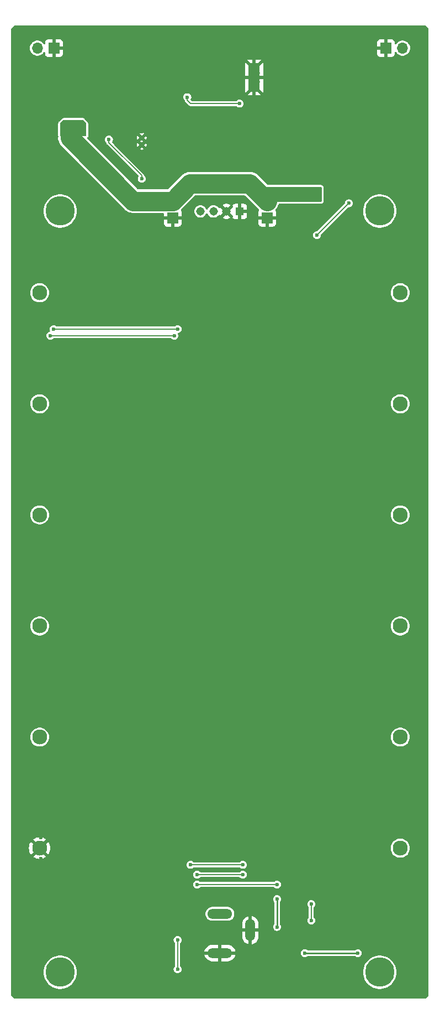
<source format=gbl>
G04 #@! TF.GenerationSoftware,KiCad,Pcbnew,8.0.8*
G04 #@! TF.CreationDate,2025-02-18T17:40:16+00:00*
G04 #@! TF.ProjectId,NB3_charger,4e42335f-6368-4617-9267-65722e6b6963,0.0.0*
G04 #@! TF.SameCoordinates,PX67794f8PYa78cb34*
G04 #@! TF.FileFunction,Copper,L2,Bot*
G04 #@! TF.FilePolarity,Positive*
%FSLAX46Y46*%
G04 Gerber Fmt 4.6, Leading zero omitted, Abs format (unit mm)*
G04 Created by KiCad (PCBNEW 8.0.8) date 2025-02-18 17:40:16*
%MOMM*%
%LPD*%
G01*
G04 APERTURE LIST*
G04 #@! TA.AperFunction,ComponentPad*
%ADD10C,2.300000*%
G04 #@! TD*
G04 #@! TA.AperFunction,ComponentPad*
%ADD11R,1.700000X1.700000*%
G04 #@! TD*
G04 #@! TA.AperFunction,ComponentPad*
%ADD12O,1.700000X1.700000*%
G04 #@! TD*
G04 #@! TA.AperFunction,WasherPad*
%ADD13C,4.500000*%
G04 #@! TD*
G04 #@! TA.AperFunction,ComponentPad*
%ADD14O,3.800000X1.500000*%
G04 #@! TD*
G04 #@! TA.AperFunction,ComponentPad*
%ADD15O,1.500000X3.400000*%
G04 #@! TD*
G04 #@! TA.AperFunction,ComponentPad*
%ADD16C,0.500000*%
G04 #@! TD*
G04 #@! TA.AperFunction,SMDPad,CuDef*
%ADD17R,1.800000X4.400000*%
G04 #@! TD*
G04 #@! TA.AperFunction,ComponentPad*
%ADD18R,1.308000X1.308000*%
G04 #@! TD*
G04 #@! TA.AperFunction,ComponentPad*
%ADD19C,1.308000*%
G04 #@! TD*
G04 #@! TA.AperFunction,ViaPad*
%ADD20C,0.600000*%
G04 #@! TD*
G04 #@! TA.AperFunction,Conductor*
%ADD21C,0.150000*%
G04 #@! TD*
G04 #@! TA.AperFunction,Conductor*
%ADD22C,3.000000*%
G04 #@! TD*
G04 #@! TA.AperFunction,Conductor*
%ADD23C,1.000000*%
G04 #@! TD*
G04 #@! TA.AperFunction,Conductor*
%ADD24C,0.250000*%
G04 #@! TD*
G04 APERTURE END LIST*
D10*
X-27649987Y108561754D03*
X27649987Y108561754D03*
D11*
X-25460000Y146000000D03*
D12*
X-28000000Y146000000D03*
D11*
X7250000Y120036754D03*
D12*
X7250000Y122576754D03*
D10*
X-27649987Y40561754D03*
X27649987Y40561754D03*
D13*
X24500000Y121061754D03*
X-24500000Y4561754D03*
D11*
X-7250000Y120036754D03*
D12*
X-7250000Y122576754D03*
D10*
X-27649987Y74561754D03*
X27649987Y74561754D03*
D14*
X0Y13500254D03*
X0Y7500000D03*
D15*
X4650750Y11000127D03*
D10*
X27649987Y91561754D03*
X-27649987Y91561754D03*
D11*
X25460000Y146000000D03*
D12*
X28000000Y146000000D03*
D10*
X27649987Y23561754D03*
X-27649987Y23561754D03*
D13*
X-24500000Y121061754D03*
D16*
X-12000000Y131200000D03*
X-12000000Y132300000D03*
D13*
X24500000Y4561754D03*
D16*
X5900000Y139550000D03*
X5900000Y140850000D03*
X5900000Y142150000D03*
X5900000Y143450000D03*
D17*
X5250000Y141500000D03*
D16*
X4600000Y139550000D03*
X4600000Y140850000D03*
X4600000Y142150000D03*
X4600000Y143450000D03*
D10*
X27649987Y57561754D03*
X-27649987Y57561754D03*
D18*
X3000000Y121011754D03*
D19*
X1000000Y121011754D03*
X-1000000Y121011754D03*
X-3000000Y121011754D03*
D20*
X-6500000Y129000000D03*
X-6500000Y127000000D03*
X-14000000Y134000000D03*
X-12000000Y134000000D03*
X11500000Y136000000D03*
X5500000Y120036754D03*
X2000000Y2500000D03*
X-12000000Y133250000D03*
X16500000Y137750000D03*
X6500000Y128500000D03*
X7000000Y126650000D03*
X-24550000Y127000000D03*
X-5000000Y2500000D03*
X-24550000Y128000000D03*
X-24550000Y126000000D03*
X4500000Y120036754D03*
X11500000Y145750000D03*
X5250000Y145000000D03*
X4500000Y137000000D03*
X16500000Y145750000D03*
X-5680000Y128980000D03*
X-21000000Y4000000D03*
X5250000Y128500000D03*
X-27430000Y25150000D03*
X-2000000Y2500000D03*
X4000000Y128500000D03*
X0Y4500000D03*
X-27430000Y22000000D03*
X-11250000Y133250000D03*
X5000000Y2500000D03*
X11500000Y137750000D03*
X-15000000Y134000000D03*
X8500000Y136000000D03*
X18400000Y74600000D03*
X-5680000Y126980000D03*
X6500000Y137000000D03*
X-16000000Y134000000D03*
X14000000Y137750000D03*
X-9000000Y134000000D03*
X10000000Y136000000D03*
X14000000Y145750000D03*
X3000000Y137500000D03*
X-5000000Y138500000D03*
X8750000Y18000000D03*
X-6500000Y9500000D03*
X-3500000Y18000000D03*
X19750000Y122250000D03*
X14875000Y117375000D03*
X-6500000Y5000000D03*
X-24000000Y134250000D03*
X14000000Y124000000D03*
X9000000Y123250000D03*
X10000000Y123250000D03*
X15000000Y123250000D03*
X14000000Y123250000D03*
X9000000Y124000000D03*
X-24000000Y133000000D03*
X-21250000Y134250000D03*
X15000000Y124000000D03*
X10000000Y124000000D03*
X-23000000Y133000000D03*
X-23000000Y134250000D03*
X-12000000Y126000000D03*
X-17020000Y132000000D03*
X14000000Y12500000D03*
X14000000Y15000000D03*
X3500000Y19500000D03*
X-3500000Y19500000D03*
X-6500000Y103000000D03*
X-25500000Y103000000D03*
X-26000000Y102000000D03*
X-4500000Y21000000D03*
X8750000Y15750000D03*
X3500000Y21000000D03*
X-7000000Y102000000D03*
X8750000Y11500000D03*
X13000000Y7500000D03*
X21150000Y7500000D03*
D21*
X-5000000Y138000000D02*
X-4500000Y137500000D01*
X-4500000Y137500000D02*
X3000000Y137500000D01*
X-5000000Y138500000D02*
X-5000000Y138000000D01*
X-3500000Y18000000D02*
X8750000Y18000000D01*
X-6500000Y5000000D02*
X-6500000Y9500000D01*
X14875000Y117375000D02*
X19750000Y122250000D01*
D22*
X7250000Y122576754D02*
X4576754Y125250000D01*
X-13326754Y122576754D02*
X-7250000Y122576754D01*
D23*
X-23000000Y132900000D02*
X-23000000Y132250000D01*
X-23000000Y133700000D02*
X-23000000Y134250000D01*
X-23000000Y133500000D02*
X-23000000Y133700000D01*
X-23000000Y132900000D02*
X-23000000Y133500000D01*
D22*
X-4576754Y125250000D02*
X-7250000Y122576754D01*
X4576754Y125250000D02*
X-4576754Y125250000D01*
X-23000000Y132250000D02*
X-13326754Y122576754D01*
D21*
X-12000000Y126500000D02*
X-17020000Y131520000D01*
X-17020000Y131520000D02*
X-17020000Y132000000D01*
X-12000000Y126000000D02*
X-12000000Y126500000D01*
X3500000Y19500000D02*
X-3500000Y19500000D01*
X14000000Y12500000D02*
X14000000Y15000000D01*
X-6500000Y103000000D02*
X-25500000Y103000000D01*
X-7000000Y102000000D02*
X-26000000Y102000000D01*
X3500000Y21000000D02*
X-4500000Y21000000D01*
D24*
X8750000Y11500000D02*
X8750000Y15750000D01*
X13000000Y7500000D02*
X21150000Y7500000D01*
G04 #@! TA.AperFunction,Conductor*
G36*
X-20984323Y134980315D02*
G01*
X-20963681Y134963681D01*
X-20536319Y134536319D01*
X-20502834Y134474996D01*
X-20500000Y134448638D01*
X-20500000Y132624000D01*
X-20519685Y132556961D01*
X-20572489Y132511206D01*
X-20624000Y132500000D01*
X-24376000Y132500000D01*
X-24443039Y132519685D01*
X-24488794Y132572489D01*
X-24500000Y132624000D01*
X-24500000Y134448638D01*
X-24480315Y134515677D01*
X-24463681Y134536319D01*
X-24036319Y134963681D01*
X-23974996Y134997166D01*
X-23948638Y135000000D01*
X-21051362Y135000000D01*
X-20984323Y134980315D01*
G37*
G04 #@! TD.AperFunction*
G04 #@! TA.AperFunction,Conductor*
G36*
X15543039Y124730315D02*
G01*
X15588794Y124677511D01*
X15600000Y124626000D01*
X15600000Y122624000D01*
X15580315Y122556961D01*
X15527511Y122511206D01*
X15476000Y122500000D01*
X7747072Y122500000D01*
X7750000Y122510928D01*
X7750000Y122642580D01*
X7715925Y122769747D01*
X7683012Y122826754D01*
X8580636Y122826754D01*
X8580635Y122826755D01*
X8523432Y123040241D01*
X8523429Y123040247D01*
X8423600Y123254332D01*
X8423599Y123254334D01*
X8288113Y123447828D01*
X8288108Y123447834D01*
X8121082Y123614860D01*
X7927578Y123750355D01*
X7713492Y123850184D01*
X7713486Y123850187D01*
X7500000Y123907390D01*
X7500000Y123009766D01*
X7442993Y123042679D01*
X7315826Y123076754D01*
X7184174Y123076754D01*
X7057007Y123042679D01*
X7000000Y123009766D01*
X7000000Y123907390D01*
X6999999Y123907390D01*
X6786513Y123850187D01*
X6786502Y123850183D01*
X6676404Y123798843D01*
X6607327Y123788351D01*
X6543543Y123816871D01*
X6505304Y123875348D01*
X6500000Y123911225D01*
X6500000Y124626000D01*
X6519685Y124693039D01*
X6572489Y124738794D01*
X6624000Y124750000D01*
X15476000Y124750000D01*
X15543039Y124730315D01*
G37*
G04 #@! TD.AperFunction*
G04 #@! TA.AperFunction,Conductor*
G36*
X31515677Y149480315D02*
G01*
X31536319Y149463681D01*
X31963681Y149036319D01*
X31997166Y148974996D01*
X32000000Y148948638D01*
X32000000Y1051362D01*
X31980315Y984323D01*
X31963681Y963681D01*
X31536319Y536319D01*
X31474996Y502834D01*
X31448638Y500000D01*
X-31448638Y500000D01*
X-31515677Y519685D01*
X-31536319Y536319D01*
X-31963681Y963681D01*
X-31997166Y1025004D01*
X-32000000Y1051362D01*
X-32000000Y4561760D01*
X-27055543Y4561760D01*
X-27055543Y4561749D01*
X-27035394Y4241471D01*
X-27035393Y4241464D01*
X-26975255Y3926212D01*
X-26876084Y3620995D01*
X-26876082Y3620990D01*
X-26739442Y3330616D01*
X-26739438Y3330610D01*
X-26567480Y3059646D01*
X-26567478Y3059643D01*
X-26362913Y2812366D01*
X-26128966Y2592676D01*
X-26128956Y2592668D01*
X-25869340Y2404046D01*
X-25869334Y2404043D01*
X-25869328Y2404038D01*
X-25588097Y2249430D01*
X-25289706Y2131288D01*
X-25289707Y2131288D01*
X-24978865Y2051478D01*
X-24978861Y2051477D01*
X-24912065Y2043039D01*
X-24660476Y2011255D01*
X-24660467Y2011255D01*
X-24660464Y2011254D01*
X-24660462Y2011254D01*
X-24339538Y2011254D01*
X-24339536Y2011254D01*
X-24339533Y2011255D01*
X-24339525Y2011255D01*
X-24149537Y2035257D01*
X-24021139Y2051477D01*
X-23710294Y2131288D01*
X-23411903Y2249430D01*
X-23130672Y2404038D01*
X-22871036Y2592674D01*
X-22637089Y2812364D01*
X-22432522Y3059644D01*
X-22260561Y3330612D01*
X-22123916Y3620996D01*
X-22024744Y3926216D01*
X-21964608Y4241460D01*
X-21954991Y4394318D01*
X-21944457Y4561749D01*
X-21944457Y4561760D01*
X-21964607Y4882038D01*
X-21964608Y4882045D01*
X-21964608Y4882048D01*
X-22024744Y5197292D01*
X-22123916Y5502512D01*
X-22136819Y5529933D01*
X-22260559Y5792893D01*
X-22260563Y5792899D01*
X-22432521Y6063863D01*
X-22432523Y6063866D01*
X-22637088Y6311143D01*
X-22871035Y6530833D01*
X-22871045Y6530841D01*
X-23130661Y6719463D01*
X-23130679Y6719474D01*
X-23411904Y6874079D01*
X-23411907Y6874080D01*
X-23617535Y6955494D01*
X-23710294Y6992220D01*
X-23710296Y6992221D01*
X-23710294Y6992221D01*
X-24021136Y7072031D01*
X-24021149Y7072033D01*
X-24339525Y7112254D01*
X-24339536Y7112254D01*
X-24660464Y7112254D01*
X-24660476Y7112254D01*
X-24978852Y7072033D01*
X-24978865Y7072031D01*
X-25289706Y6992221D01*
X-25588094Y6874080D01*
X-25588097Y6874079D01*
X-25869322Y6719474D01*
X-25869340Y6719463D01*
X-26128956Y6530841D01*
X-26128966Y6530833D01*
X-26362913Y6311143D01*
X-26567478Y6063866D01*
X-26567480Y6063863D01*
X-26739438Y5792899D01*
X-26739442Y5792893D01*
X-26876082Y5502519D01*
X-26876084Y5502514D01*
X-26975255Y5197297D01*
X-27035393Y4882045D01*
X-27035394Y4882038D01*
X-27055543Y4561760D01*
X-32000000Y4561760D01*
X-32000000Y9500002D01*
X-7105682Y9500002D01*
X-7105682Y9499999D01*
X-7085045Y9343240D01*
X-7085044Y9343238D01*
X-7024536Y9197158D01*
X-6928285Y9071721D01*
X-6928284Y9071720D01*
X-6928282Y9071718D01*
X-6924018Y9068446D01*
X-6882813Y9012022D01*
X-6875500Y8970068D01*
X-6875500Y5529933D01*
X-6895185Y5462894D01*
X-6924012Y5431559D01*
X-6928279Y5428285D01*
X-6928281Y5428284D01*
X-6928282Y5428282D01*
X-7000473Y5334202D01*
X-7024537Y5302840D01*
X-7085044Y5156763D01*
X-7085045Y5156761D01*
X-7105682Y5000002D01*
X-7105682Y4999999D01*
X-7085045Y4843240D01*
X-7085044Y4843238D01*
X-7024536Y4697159D01*
X-6928282Y4571718D01*
X-6802841Y4475464D01*
X-6656762Y4414956D01*
X-6578381Y4404637D01*
X-6500001Y4394318D01*
X-6500000Y4394318D01*
X-6499999Y4394318D01*
X-6447746Y4401198D01*
X-6343238Y4414956D01*
X-6197159Y4475464D01*
X-6084696Y4561760D01*
X21944457Y4561760D01*
X21944457Y4561749D01*
X21964606Y4241471D01*
X21964607Y4241464D01*
X22024745Y3926212D01*
X22123916Y3620995D01*
X22123918Y3620990D01*
X22260558Y3330616D01*
X22260562Y3330610D01*
X22432520Y3059646D01*
X22432522Y3059643D01*
X22637087Y2812366D01*
X22871034Y2592676D01*
X22871044Y2592668D01*
X23130660Y2404046D01*
X23130666Y2404043D01*
X23130672Y2404038D01*
X23411903Y2249430D01*
X23710294Y2131288D01*
X23710293Y2131288D01*
X24021135Y2051478D01*
X24021139Y2051477D01*
X24087935Y2043039D01*
X24339524Y2011255D01*
X24339533Y2011255D01*
X24339536Y2011254D01*
X24339538Y2011254D01*
X24660462Y2011254D01*
X24660464Y2011254D01*
X24660467Y2011255D01*
X24660475Y2011255D01*
X24850463Y2035257D01*
X24978861Y2051477D01*
X25289706Y2131288D01*
X25588097Y2249430D01*
X25869328Y2404038D01*
X26128964Y2592674D01*
X26362911Y2812364D01*
X26567478Y3059644D01*
X26739439Y3330612D01*
X26876084Y3620996D01*
X26975256Y3926216D01*
X27035392Y4241460D01*
X27045009Y4394318D01*
X27055543Y4561749D01*
X27055543Y4561760D01*
X27035393Y4882038D01*
X27035392Y4882045D01*
X27035392Y4882048D01*
X26975256Y5197292D01*
X26876084Y5502512D01*
X26863181Y5529933D01*
X26739441Y5792893D01*
X26739437Y5792899D01*
X26567479Y6063863D01*
X26567477Y6063866D01*
X26362912Y6311143D01*
X26128965Y6530833D01*
X26128955Y6530841D01*
X25869339Y6719463D01*
X25869321Y6719474D01*
X25588096Y6874079D01*
X25588093Y6874080D01*
X25382465Y6955494D01*
X25289706Y6992220D01*
X25289704Y6992221D01*
X25289706Y6992221D01*
X24978864Y7072031D01*
X24978851Y7072033D01*
X24660475Y7112254D01*
X24660464Y7112254D01*
X24339536Y7112254D01*
X24339524Y7112254D01*
X24021148Y7072033D01*
X24021135Y7072031D01*
X23710294Y6992221D01*
X23411906Y6874080D01*
X23411903Y6874079D01*
X23130678Y6719474D01*
X23130660Y6719463D01*
X22871044Y6530841D01*
X22871034Y6530833D01*
X22637087Y6311143D01*
X22432522Y6063866D01*
X22432520Y6063863D01*
X22260562Y5792899D01*
X22260558Y5792893D01*
X22123918Y5502519D01*
X22123916Y5502514D01*
X22024745Y5197297D01*
X21964607Y4882045D01*
X21964606Y4882038D01*
X21944457Y4561760D01*
X-6084696Y4561760D01*
X-6071718Y4571718D01*
X-5975464Y4697159D01*
X-5914956Y4843238D01*
X-5894318Y5000000D01*
X-5914956Y5156762D01*
X-5975464Y5302841D01*
X-6071718Y5428282D01*
X-6072226Y5428672D01*
X-6075988Y5431559D01*
X-6117190Y5487987D01*
X-6124500Y5529933D01*
X-6124500Y7750000D01*
X-2375984Y7750000D01*
X-1475368Y7750000D01*
X-1519421Y7673698D01*
X-1550089Y7559245D01*
X-1550089Y7440755D01*
X-1519421Y7326302D01*
X-1475368Y7250000D01*
X-2375984Y7250000D01*
X-2369219Y7207284D01*
X-2308419Y7020163D01*
X-2219096Y6844857D01*
X-2103445Y6685679D01*
X-1964322Y6546556D01*
X-1805144Y6430905D01*
X-1629836Y6341582D01*
X-1442706Y6280779D01*
X-1248382Y6250000D01*
X-250000Y6250000D01*
X-250000Y7049987D01*
X250000Y7049987D01*
X250000Y6250000D01*
X1248382Y6250000D01*
X1442705Y6280779D01*
X1629835Y6341582D01*
X1805143Y6430905D01*
X1964321Y6546556D01*
X2103444Y6685679D01*
X2219095Y6844857D01*
X2308418Y7020163D01*
X2369218Y7207284D01*
X2375984Y7250000D01*
X1475368Y7250000D01*
X1519421Y7326302D01*
X1550089Y7440755D01*
X1550089Y7500002D01*
X12394318Y7500002D01*
X12394318Y7499999D01*
X12414955Y7343240D01*
X12414956Y7343238D01*
X12453576Y7250000D01*
X12475464Y7197159D01*
X12571718Y7071718D01*
X12697159Y6975464D01*
X12843238Y6914956D01*
X12921619Y6904637D01*
X12999999Y6894318D01*
X13000000Y6894318D01*
X13000001Y6894318D01*
X13052254Y6901198D01*
X13156762Y6914956D01*
X13302841Y6975464D01*
X13324679Y6992221D01*
X13398515Y7048876D01*
X13463685Y7074070D01*
X13474001Y7074500D01*
X20675999Y7074500D01*
X20743038Y7054815D01*
X20751485Y7048876D01*
X20847157Y6975465D01*
X20847158Y6975465D01*
X20847159Y6975464D01*
X20993238Y6914956D01*
X21071619Y6904637D01*
X21149999Y6894318D01*
X21150000Y6894318D01*
X21150001Y6894318D01*
X21202254Y6901198D01*
X21306762Y6914956D01*
X21452841Y6975464D01*
X21578282Y7071718D01*
X21674536Y7197159D01*
X21735044Y7343238D01*
X21755682Y7500000D01*
X21735044Y7656762D01*
X21674536Y7802841D01*
X21578282Y7928282D01*
X21452841Y8024536D01*
X21306762Y8085044D01*
X21306760Y8085045D01*
X21150001Y8105682D01*
X21149999Y8105682D01*
X20993239Y8085045D01*
X20993237Y8085044D01*
X20847157Y8024536D01*
X20751485Y7951124D01*
X20686315Y7925930D01*
X20675999Y7925500D01*
X13474001Y7925500D01*
X13406962Y7945185D01*
X13398515Y7951124D01*
X13302842Y8024536D01*
X13156762Y8085044D01*
X13156760Y8085045D01*
X13000001Y8105682D01*
X12999999Y8105682D01*
X12843239Y8085045D01*
X12843237Y8085044D01*
X12697160Y8024537D01*
X12571718Y7928282D01*
X12475463Y7802840D01*
X12414956Y7656763D01*
X12414955Y7656761D01*
X12394318Y7500002D01*
X1550089Y7500002D01*
X1550089Y7559245D01*
X1519421Y7673698D01*
X1475368Y7750000D01*
X2375984Y7750000D01*
X2369218Y7792717D01*
X2308418Y7979838D01*
X2219095Y8155144D01*
X2103444Y8314322D01*
X1964321Y8453445D01*
X1805143Y8569096D01*
X1629835Y8658419D01*
X1442705Y8719222D01*
X1248382Y8750000D01*
X250000Y8750000D01*
X250000Y7950013D01*
X-250000Y7950013D01*
X-250000Y8750000D01*
X-1248382Y8750000D01*
X-1442706Y8719222D01*
X-1629836Y8658419D01*
X-1805144Y8569096D01*
X-1964322Y8453445D01*
X-2103445Y8314322D01*
X-2219096Y8155144D01*
X-2308419Y7979838D01*
X-2369219Y7792717D01*
X-2375984Y7750000D01*
X-6124500Y7750000D01*
X-6124500Y8970068D01*
X-6104815Y9037107D01*
X-6075985Y9068445D01*
X-6071718Y9071718D01*
X-5975464Y9197159D01*
X-5914956Y9343238D01*
X-5894318Y9500000D01*
X-5914956Y9656762D01*
X-5975464Y9802841D01*
X-6071718Y9928282D01*
X-6197159Y10024536D01*
X-6343238Y10085044D01*
X-6343240Y10085045D01*
X-6499999Y10105682D01*
X-6500001Y10105682D01*
X-6656761Y10085045D01*
X-6656763Y10085044D01*
X-6802840Y10024537D01*
X-6928282Y9928282D01*
X-7024537Y9802840D01*
X-7085044Y9656763D01*
X-7085045Y9656761D01*
X-7105682Y9500002D01*
X-32000000Y9500002D01*
X-32000000Y12048510D01*
X3400750Y12048510D01*
X3400750Y11250127D01*
X4200737Y11250127D01*
X4200737Y10750127D01*
X3400750Y10750127D01*
X3400750Y9951745D01*
X3431528Y9757422D01*
X3492331Y9570292D01*
X3581654Y9394984D01*
X3697305Y9235806D01*
X3836428Y9096683D01*
X3995606Y8981032D01*
X4170912Y8891709D01*
X4358033Y8830909D01*
X4400750Y8824143D01*
X4400750Y9774949D01*
X4477052Y9730896D01*
X4591505Y9700228D01*
X4709995Y9700228D01*
X4824448Y9730896D01*
X4900750Y9774949D01*
X4900750Y8824144D01*
X4943466Y8830909D01*
X5130587Y8891709D01*
X5305893Y8981032D01*
X5465071Y9096683D01*
X5604194Y9235806D01*
X5719845Y9394984D01*
X5809168Y9570292D01*
X5869971Y9757422D01*
X5900750Y9951745D01*
X5900750Y10750127D01*
X5100763Y10750127D01*
X5100763Y11250127D01*
X5900750Y11250127D01*
X5900750Y12048510D01*
X5869971Y12242833D01*
X5809168Y12429963D01*
X5719845Y12605271D01*
X5604194Y12764449D01*
X5465071Y12903572D01*
X5305893Y13019223D01*
X5130585Y13108546D01*
X4943455Y13169349D01*
X4900750Y13176113D01*
X4900750Y12225306D01*
X4824448Y12269358D01*
X4709995Y12300026D01*
X4591505Y12300026D01*
X4477052Y12269358D01*
X4400750Y12225306D01*
X4400750Y13176113D01*
X4400749Y13176113D01*
X4358044Y13169349D01*
X4170914Y13108546D01*
X3995606Y13019223D01*
X3836428Y12903572D01*
X3697305Y12764449D01*
X3581654Y12605271D01*
X3492331Y12429963D01*
X3431528Y12242833D01*
X3400750Y12048510D01*
X-32000000Y12048510D01*
X-32000000Y13603724D01*
X-2200500Y13603724D01*
X-2200500Y13396785D01*
X-2160132Y13193842D01*
X-2160130Y13193834D01*
X-2080941Y13002656D01*
X-2058308Y12968783D01*
X-1965976Y12830597D01*
X-1819658Y12684279D01*
X-1819655Y12684277D01*
X-1647598Y12569313D01*
X-1456420Y12490124D01*
X-1253470Y12449755D01*
X-1253466Y12449754D01*
X-1253465Y12449754D01*
X1253466Y12449754D01*
X1253467Y12449755D01*
X1456420Y12490124D01*
X1647598Y12569313D01*
X1819655Y12684277D01*
X1965977Y12830599D01*
X2080941Y13002656D01*
X2160130Y13193834D01*
X2200500Y13396789D01*
X2200500Y13603719D01*
X2160130Y13806674D01*
X2080941Y13997852D01*
X1965977Y14169909D01*
X1965975Y14169912D01*
X1819657Y14316230D01*
X1733626Y14373713D01*
X1647598Y14431195D01*
X1456420Y14510384D01*
X1456412Y14510386D01*
X1253469Y14550754D01*
X1253465Y14550754D01*
X-1253465Y14550754D01*
X-1253470Y14550754D01*
X-1456413Y14510386D01*
X-1456421Y14510384D01*
X-1647597Y14431196D01*
X-1819658Y14316230D01*
X-1965976Y14169912D01*
X-2080942Y13997851D01*
X-2160130Y13806675D01*
X-2160132Y13806667D01*
X-2200500Y13603724D01*
X-32000000Y13603724D01*
X-32000000Y15750002D01*
X8144318Y15750002D01*
X8144318Y15749999D01*
X8164955Y15593240D01*
X8164956Y15593238D01*
X8225464Y15447159D01*
X8298877Y15351485D01*
X8324070Y15286319D01*
X8324500Y15276001D01*
X8324500Y11974001D01*
X8304815Y11906962D01*
X8298876Y11898515D01*
X8225464Y11802843D01*
X8164956Y11656763D01*
X8164955Y11656761D01*
X8144318Y11500002D01*
X8144318Y11499999D01*
X8164955Y11343240D01*
X8164956Y11343238D01*
X8225464Y11197159D01*
X8321718Y11071718D01*
X8447159Y10975464D01*
X8593238Y10914956D01*
X8671619Y10904637D01*
X8749999Y10894318D01*
X8750000Y10894318D01*
X8750001Y10894318D01*
X8802254Y10901198D01*
X8906762Y10914956D01*
X9052841Y10975464D01*
X9178282Y11071718D01*
X9274536Y11197159D01*
X9335044Y11343238D01*
X9355682Y11500000D01*
X9335044Y11656762D01*
X9274536Y11802841D01*
X9274535Y11802842D01*
X9274535Y11802843D01*
X9201124Y11898515D01*
X9175930Y11963685D01*
X9175500Y11974001D01*
X9175500Y15000002D01*
X13394318Y15000002D01*
X13394318Y14999999D01*
X13414955Y14843240D01*
X13414956Y14843238D01*
X13475464Y14697158D01*
X13571715Y14571721D01*
X13571716Y14571720D01*
X13571718Y14571718D01*
X13575982Y14568446D01*
X13617187Y14512022D01*
X13624500Y14470068D01*
X13624500Y13029933D01*
X13604815Y12962894D01*
X13575988Y12931559D01*
X13571721Y12928285D01*
X13571719Y12928284D01*
X13571718Y12928282D01*
X13499527Y12834202D01*
X13475463Y12802840D01*
X13414956Y12656763D01*
X13414955Y12656761D01*
X13394318Y12500002D01*
X13394318Y12499999D01*
X13414955Y12343240D01*
X13414956Y12343238D01*
X13475464Y12197159D01*
X13571718Y12071718D01*
X13697159Y11975464D01*
X13843238Y11914956D01*
X13886519Y11909258D01*
X13999999Y11894318D01*
X14000000Y11894318D01*
X14000001Y11894318D01*
X14052254Y11901198D01*
X14156762Y11914956D01*
X14302841Y11975464D01*
X14428282Y12071718D01*
X14524536Y12197159D01*
X14585044Y12343238D01*
X14605682Y12500000D01*
X14585044Y12656762D01*
X14524536Y12802841D01*
X14428282Y12928282D01*
X14427774Y12928672D01*
X14424012Y12931559D01*
X14382810Y12987987D01*
X14375500Y13029933D01*
X14375500Y14470068D01*
X14395185Y14537107D01*
X14424015Y14568445D01*
X14428282Y14571718D01*
X14524536Y14697159D01*
X14585044Y14843238D01*
X14605682Y15000000D01*
X14585044Y15156762D01*
X14524536Y15302841D01*
X14428282Y15428282D01*
X14302841Y15524536D01*
X14156762Y15585044D01*
X14156760Y15585045D01*
X14000001Y15605682D01*
X13999999Y15605682D01*
X13843239Y15585045D01*
X13843237Y15585044D01*
X13697160Y15524537D01*
X13571718Y15428282D01*
X13475463Y15302840D01*
X13414956Y15156763D01*
X13414955Y15156761D01*
X13394318Y15000002D01*
X9175500Y15000002D01*
X9175500Y15276001D01*
X9195185Y15343040D01*
X9201110Y15351469D01*
X9274536Y15447159D01*
X9335044Y15593238D01*
X9355682Y15750000D01*
X9335044Y15906762D01*
X9274536Y16052841D01*
X9178282Y16178282D01*
X9052841Y16274536D01*
X8906762Y16335044D01*
X8906760Y16335045D01*
X8750001Y16355682D01*
X8749999Y16355682D01*
X8593239Y16335045D01*
X8593237Y16335044D01*
X8447160Y16274537D01*
X8321718Y16178282D01*
X8225463Y16052840D01*
X8164956Y15906763D01*
X8164955Y15906761D01*
X8144318Y15750002D01*
X-32000000Y15750002D01*
X-32000000Y18000002D01*
X-4105682Y18000002D01*
X-4105682Y17999999D01*
X-4085045Y17843240D01*
X-4085044Y17843238D01*
X-4024536Y17697159D01*
X-3928282Y17571718D01*
X-3802841Y17475464D01*
X-3656762Y17414956D01*
X-3578381Y17404637D01*
X-3500001Y17394318D01*
X-3500000Y17394318D01*
X-3499999Y17394318D01*
X-3447746Y17401198D01*
X-3343238Y17414956D01*
X-3197159Y17475464D01*
X-3071718Y17571718D01*
X-3069510Y17574596D01*
X-3068441Y17575988D01*
X-3012013Y17617190D01*
X-2970067Y17624500D01*
X8220067Y17624500D01*
X8287106Y17604815D01*
X8318441Y17575988D01*
X8321328Y17572226D01*
X8321718Y17571718D01*
X8447159Y17475464D01*
X8593238Y17414956D01*
X8671619Y17404637D01*
X8749999Y17394318D01*
X8750000Y17394318D01*
X8750001Y17394318D01*
X8802254Y17401198D01*
X8906762Y17414956D01*
X9052841Y17475464D01*
X9178282Y17571718D01*
X9274536Y17697159D01*
X9335044Y17843238D01*
X9355682Y18000000D01*
X9335044Y18156762D01*
X9274536Y18302841D01*
X9178282Y18428282D01*
X9052841Y18524536D01*
X8906762Y18585044D01*
X8906760Y18585045D01*
X8750001Y18605682D01*
X8749999Y18605682D01*
X8593239Y18585045D01*
X8593237Y18585044D01*
X8447160Y18524537D01*
X8447159Y18524536D01*
X8321718Y18428282D01*
X8321716Y18428281D01*
X8321715Y18428279D01*
X8318441Y18424012D01*
X8262013Y18382810D01*
X8220067Y18375500D01*
X-2970067Y18375500D01*
X-3037106Y18395185D01*
X-3068441Y18424012D01*
X-3071716Y18428279D01*
X-3071718Y18428282D01*
X-3197159Y18524536D01*
X-3343238Y18585044D01*
X-3343240Y18585045D01*
X-3499999Y18605682D01*
X-3500001Y18605682D01*
X-3656761Y18585045D01*
X-3656763Y18585044D01*
X-3802840Y18524537D01*
X-3928282Y18428282D01*
X-4024537Y18302840D01*
X-4085044Y18156763D01*
X-4085045Y18156761D01*
X-4105682Y18000002D01*
X-32000000Y18000002D01*
X-32000000Y19500002D01*
X-4105682Y19500002D01*
X-4105682Y19499999D01*
X-4085045Y19343240D01*
X-4085044Y19343238D01*
X-4024536Y19197159D01*
X-3928282Y19071718D01*
X-3802841Y18975464D01*
X-3656762Y18914956D01*
X-3578381Y18904637D01*
X-3500001Y18894318D01*
X-3500000Y18894318D01*
X-3499999Y18894318D01*
X-3447746Y18901198D01*
X-3343238Y18914956D01*
X-3197159Y18975464D01*
X-3071718Y19071718D01*
X-3069510Y19074596D01*
X-3068441Y19075988D01*
X-3012013Y19117190D01*
X-2970067Y19124500D01*
X2970067Y19124500D01*
X3037106Y19104815D01*
X3068441Y19075988D01*
X3071328Y19072226D01*
X3071718Y19071718D01*
X3197159Y18975464D01*
X3343238Y18914956D01*
X3421619Y18904637D01*
X3499999Y18894318D01*
X3500000Y18894318D01*
X3500001Y18894318D01*
X3552254Y18901198D01*
X3656762Y18914956D01*
X3802841Y18975464D01*
X3928282Y19071718D01*
X4024536Y19197159D01*
X4085044Y19343238D01*
X4105682Y19500000D01*
X4085044Y19656762D01*
X4024536Y19802841D01*
X3928282Y19928282D01*
X3802841Y20024536D01*
X3656762Y20085044D01*
X3656760Y20085045D01*
X3500001Y20105682D01*
X3499999Y20105682D01*
X3343239Y20085045D01*
X3343237Y20085044D01*
X3197160Y20024537D01*
X3197159Y20024536D01*
X3071718Y19928282D01*
X3071716Y19928281D01*
X3071715Y19928279D01*
X3068441Y19924012D01*
X3012013Y19882810D01*
X2970067Y19875500D01*
X-2970067Y19875500D01*
X-3037106Y19895185D01*
X-3068441Y19924012D01*
X-3071716Y19928279D01*
X-3071718Y19928282D01*
X-3197159Y20024536D01*
X-3343238Y20085044D01*
X-3343240Y20085045D01*
X-3499999Y20105682D01*
X-3500001Y20105682D01*
X-3656761Y20085045D01*
X-3656763Y20085044D01*
X-3802840Y20024537D01*
X-3928282Y19928282D01*
X-4024537Y19802840D01*
X-4085044Y19656763D01*
X-4085045Y19656761D01*
X-4105682Y19500002D01*
X-32000000Y19500002D01*
X-32000000Y21000002D01*
X-5105682Y21000002D01*
X-5105682Y20999999D01*
X-5085045Y20843240D01*
X-5085044Y20843238D01*
X-5024536Y20697159D01*
X-4928282Y20571718D01*
X-4802841Y20475464D01*
X-4656762Y20414956D01*
X-4578381Y20404637D01*
X-4500001Y20394318D01*
X-4500000Y20394318D01*
X-4499999Y20394318D01*
X-4447746Y20401198D01*
X-4343238Y20414956D01*
X-4197159Y20475464D01*
X-4071718Y20571718D01*
X-4069510Y20574596D01*
X-4068441Y20575988D01*
X-4012013Y20617190D01*
X-3970067Y20624500D01*
X2970067Y20624500D01*
X3037106Y20604815D01*
X3068441Y20575988D01*
X3071328Y20572226D01*
X3071718Y20571718D01*
X3197159Y20475464D01*
X3343238Y20414956D01*
X3421619Y20404637D01*
X3499999Y20394318D01*
X3500000Y20394318D01*
X3500001Y20394318D01*
X3552254Y20401198D01*
X3656762Y20414956D01*
X3802841Y20475464D01*
X3928282Y20571718D01*
X4024536Y20697159D01*
X4085044Y20843238D01*
X4105682Y21000000D01*
X4085044Y21156762D01*
X4024536Y21302841D01*
X3928282Y21428282D01*
X3802841Y21524536D01*
X3656762Y21585044D01*
X3656760Y21585045D01*
X3500001Y21605682D01*
X3499999Y21605682D01*
X3343239Y21585045D01*
X3343237Y21585044D01*
X3197160Y21524537D01*
X3197159Y21524536D01*
X3071718Y21428282D01*
X3071716Y21428281D01*
X3071715Y21428279D01*
X3068441Y21424012D01*
X3012013Y21382810D01*
X2970067Y21375500D01*
X-3970067Y21375500D01*
X-4037106Y21395185D01*
X-4068441Y21424012D01*
X-4071716Y21428279D01*
X-4071718Y21428282D01*
X-4197159Y21524536D01*
X-4343238Y21585044D01*
X-4343240Y21585045D01*
X-4499999Y21605682D01*
X-4500001Y21605682D01*
X-4656761Y21585045D01*
X-4656763Y21585044D01*
X-4802840Y21524537D01*
X-4928282Y21428282D01*
X-5024537Y21302840D01*
X-5085044Y21156763D01*
X-5085045Y21156761D01*
X-5105682Y21000002D01*
X-32000000Y21000002D01*
X-32000000Y23561754D01*
X-29305089Y23561754D01*
X-29284713Y23302842D01*
X-29224086Y23050309D01*
X-29224081Y23050292D01*
X-29124697Y22810357D01*
X-29124695Y22810354D01*
X-28988994Y22588910D01*
X-28983186Y22582110D01*
X-28327576Y23237720D01*
X-28314640Y23206490D01*
X-28232560Y23083649D01*
X-28128092Y22979181D01*
X-28005251Y22897101D01*
X-27974023Y22884166D01*
X-28629632Y22228557D01*
X-28622832Y22222749D01*
X-28401388Y22087047D01*
X-28401385Y22087045D01*
X-28161450Y21987661D01*
X-28161433Y21987656D01*
X-27908899Y21927029D01*
X-27908900Y21927029D01*
X-27649987Y21906653D01*
X-27391075Y21927029D01*
X-27138542Y21987656D01*
X-27138525Y21987661D01*
X-26898590Y22087045D01*
X-26898587Y22087047D01*
X-26677146Y22222747D01*
X-26677136Y22222754D01*
X-26670344Y22228556D01*
X-26670344Y22228557D01*
X-27325953Y22884166D01*
X-27294723Y22897101D01*
X-27171882Y22979181D01*
X-27067414Y23083649D01*
X-26985334Y23206490D01*
X-26972399Y23237720D01*
X-26316790Y22582111D01*
X-26316789Y22582111D01*
X-26310987Y22588903D01*
X-26310980Y22588913D01*
X-26175280Y22810354D01*
X-26175278Y22810357D01*
X-26075894Y23050292D01*
X-26075889Y23050309D01*
X-26015262Y23302842D01*
X-25994886Y23561754D01*
X-25994886Y23561760D01*
X26194516Y23561760D01*
X26194516Y23561749D01*
X26214366Y23322195D01*
X26273376Y23089165D01*
X26369938Y22869025D01*
X26501414Y22667788D01*
X26501416Y22667785D01*
X26664223Y22490929D01*
X26664226Y22490927D01*
X26664229Y22490924D01*
X26853911Y22343288D01*
X26853917Y22343284D01*
X26853920Y22343282D01*
X27065331Y22228872D01*
X27082195Y22223083D01*
X27292686Y22150821D01*
X27292688Y22150821D01*
X27292690Y22150820D01*
X27529795Y22111254D01*
X27529796Y22111254D01*
X27770178Y22111254D01*
X27770179Y22111254D01*
X28007284Y22150820D01*
X28234643Y22228872D01*
X28446054Y22343282D01*
X28635751Y22490929D01*
X28798558Y22667785D01*
X28930036Y22869026D01*
X29026597Y23089163D01*
X29085607Y23322191D01*
X29105458Y23561754D01*
X29085607Y23801317D01*
X29026597Y24034345D01*
X28930036Y24254482D01*
X28798558Y24455723D01*
X28635751Y24632579D01*
X28635746Y24632583D01*
X28635744Y24632585D01*
X28446062Y24780221D01*
X28446056Y24780225D01*
X28234644Y24894636D01*
X28234639Y24894638D01*
X28007287Y24972688D01*
X27829455Y25002363D01*
X27770179Y25012254D01*
X27529795Y25012254D01*
X27482374Y25004341D01*
X27292686Y24972688D01*
X27065334Y24894638D01*
X27065329Y24894636D01*
X26853917Y24780225D01*
X26853911Y24780221D01*
X26664229Y24632585D01*
X26664226Y24632582D01*
X26501417Y24455725D01*
X26501414Y24455721D01*
X26369938Y24254484D01*
X26273376Y24034344D01*
X26214366Y23801314D01*
X26194516Y23561760D01*
X-25994886Y23561760D01*
X-26015262Y23820667D01*
X-26075889Y24073200D01*
X-26075894Y24073217D01*
X-26175278Y24313152D01*
X-26175280Y24313155D01*
X-26310982Y24534599D01*
X-26316790Y24541399D01*
X-26972399Y23885790D01*
X-26985334Y23917018D01*
X-27067414Y24039859D01*
X-27171882Y24144327D01*
X-27294723Y24226407D01*
X-27325953Y24239343D01*
X-26670343Y24894953D01*
X-26677143Y24900761D01*
X-26898587Y25036462D01*
X-26898590Y25036464D01*
X-27138525Y25135848D01*
X-27138542Y25135853D01*
X-27391076Y25196480D01*
X-27391075Y25196480D01*
X-27649987Y25216856D01*
X-27908900Y25196480D01*
X-28161433Y25135853D01*
X-28161450Y25135848D01*
X-28401385Y25036464D01*
X-28401388Y25036462D01*
X-28622830Y24900762D01*
X-28622831Y24900761D01*
X-28629632Y24894953D01*
X-27974022Y24239343D01*
X-28005251Y24226407D01*
X-28128092Y24144327D01*
X-28232560Y24039859D01*
X-28314640Y23917018D01*
X-28327576Y23885789D01*
X-28983186Y24541399D01*
X-28988994Y24534598D01*
X-28988995Y24534597D01*
X-29124695Y24313155D01*
X-29124697Y24313152D01*
X-29224081Y24073217D01*
X-29224086Y24073200D01*
X-29284713Y23820667D01*
X-29305089Y23561754D01*
X-32000000Y23561754D01*
X-32000000Y40561760D01*
X-29105458Y40561760D01*
X-29105458Y40561749D01*
X-29085608Y40322195D01*
X-29026598Y40089165D01*
X-28930036Y39869025D01*
X-28798560Y39667788D01*
X-28798558Y39667785D01*
X-28635751Y39490929D01*
X-28635748Y39490927D01*
X-28635745Y39490924D01*
X-28446063Y39343288D01*
X-28446057Y39343284D01*
X-28446054Y39343282D01*
X-28234643Y39228872D01*
X-28234640Y39228871D01*
X-28007288Y39150821D01*
X-28007286Y39150821D01*
X-28007284Y39150820D01*
X-27770179Y39111254D01*
X-27770178Y39111254D01*
X-27529796Y39111254D01*
X-27529795Y39111254D01*
X-27292690Y39150820D01*
X-27065331Y39228872D01*
X-26853920Y39343282D01*
X-26664223Y39490929D01*
X-26501416Y39667785D01*
X-26369938Y39869026D01*
X-26273377Y40089163D01*
X-26214367Y40322191D01*
X-26194516Y40561754D01*
X-26194516Y40561760D01*
X26194516Y40561760D01*
X26194516Y40561749D01*
X26214366Y40322195D01*
X26273376Y40089165D01*
X26369938Y39869025D01*
X26501414Y39667788D01*
X26501416Y39667785D01*
X26664223Y39490929D01*
X26664226Y39490927D01*
X26664229Y39490924D01*
X26853911Y39343288D01*
X26853917Y39343284D01*
X26853920Y39343282D01*
X27065331Y39228872D01*
X27065334Y39228871D01*
X27292686Y39150821D01*
X27292688Y39150821D01*
X27292690Y39150820D01*
X27529795Y39111254D01*
X27529796Y39111254D01*
X27770178Y39111254D01*
X27770179Y39111254D01*
X28007284Y39150820D01*
X28234643Y39228872D01*
X28446054Y39343282D01*
X28635751Y39490929D01*
X28798558Y39667785D01*
X28930036Y39869026D01*
X29026597Y40089163D01*
X29085607Y40322191D01*
X29105458Y40561754D01*
X29085607Y40801317D01*
X29026597Y41034345D01*
X28930036Y41254482D01*
X28798558Y41455723D01*
X28635751Y41632579D01*
X28635746Y41632583D01*
X28635744Y41632585D01*
X28446062Y41780221D01*
X28446056Y41780225D01*
X28234644Y41894636D01*
X28234639Y41894638D01*
X28007287Y41972688D01*
X27829455Y42002363D01*
X27770179Y42012254D01*
X27529795Y42012254D01*
X27482374Y42004341D01*
X27292686Y41972688D01*
X27065334Y41894638D01*
X27065329Y41894636D01*
X26853917Y41780225D01*
X26853911Y41780221D01*
X26664229Y41632585D01*
X26664226Y41632582D01*
X26501417Y41455725D01*
X26501414Y41455721D01*
X26369938Y41254484D01*
X26273376Y41034344D01*
X26214366Y40801314D01*
X26194516Y40561760D01*
X-26194516Y40561760D01*
X-26214367Y40801317D01*
X-26273377Y41034345D01*
X-26369938Y41254482D01*
X-26501416Y41455723D01*
X-26664223Y41632579D01*
X-26664228Y41632583D01*
X-26664230Y41632585D01*
X-26853912Y41780221D01*
X-26853918Y41780225D01*
X-27065330Y41894636D01*
X-27065335Y41894638D01*
X-27292687Y41972688D01*
X-27470519Y42002363D01*
X-27529795Y42012254D01*
X-27770179Y42012254D01*
X-27817600Y42004341D01*
X-28007288Y41972688D01*
X-28234640Y41894638D01*
X-28234645Y41894636D01*
X-28446057Y41780225D01*
X-28446063Y41780221D01*
X-28635745Y41632585D01*
X-28635748Y41632582D01*
X-28798557Y41455725D01*
X-28798560Y41455721D01*
X-28930036Y41254484D01*
X-29026598Y41034344D01*
X-29085608Y40801314D01*
X-29105458Y40561760D01*
X-32000000Y40561760D01*
X-32000000Y57561760D01*
X-29105458Y57561760D01*
X-29105458Y57561749D01*
X-29085608Y57322195D01*
X-29026598Y57089165D01*
X-28930036Y56869025D01*
X-28798560Y56667788D01*
X-28798558Y56667785D01*
X-28635751Y56490929D01*
X-28635748Y56490927D01*
X-28635745Y56490924D01*
X-28446063Y56343288D01*
X-28446057Y56343284D01*
X-28446054Y56343282D01*
X-28234643Y56228872D01*
X-28234640Y56228871D01*
X-28007288Y56150821D01*
X-28007286Y56150821D01*
X-28007284Y56150820D01*
X-27770179Y56111254D01*
X-27770178Y56111254D01*
X-27529796Y56111254D01*
X-27529795Y56111254D01*
X-27292690Y56150820D01*
X-27065331Y56228872D01*
X-26853920Y56343282D01*
X-26664223Y56490929D01*
X-26501416Y56667785D01*
X-26369938Y56869026D01*
X-26273377Y57089163D01*
X-26214367Y57322191D01*
X-26194516Y57561754D01*
X-26194516Y57561760D01*
X26194516Y57561760D01*
X26194516Y57561749D01*
X26214366Y57322195D01*
X26273376Y57089165D01*
X26369938Y56869025D01*
X26501414Y56667788D01*
X26501416Y56667785D01*
X26664223Y56490929D01*
X26664226Y56490927D01*
X26664229Y56490924D01*
X26853911Y56343288D01*
X26853917Y56343284D01*
X26853920Y56343282D01*
X27065331Y56228872D01*
X27065334Y56228871D01*
X27292686Y56150821D01*
X27292688Y56150821D01*
X27292690Y56150820D01*
X27529795Y56111254D01*
X27529796Y56111254D01*
X27770178Y56111254D01*
X27770179Y56111254D01*
X28007284Y56150820D01*
X28234643Y56228872D01*
X28446054Y56343282D01*
X28635751Y56490929D01*
X28798558Y56667785D01*
X28930036Y56869026D01*
X29026597Y57089163D01*
X29085607Y57322191D01*
X29105458Y57561754D01*
X29085607Y57801317D01*
X29026597Y58034345D01*
X28930036Y58254482D01*
X28798558Y58455723D01*
X28635751Y58632579D01*
X28635746Y58632583D01*
X28635744Y58632585D01*
X28446062Y58780221D01*
X28446056Y58780225D01*
X28234644Y58894636D01*
X28234639Y58894638D01*
X28007287Y58972688D01*
X27829455Y59002363D01*
X27770179Y59012254D01*
X27529795Y59012254D01*
X27482374Y59004341D01*
X27292686Y58972688D01*
X27065334Y58894638D01*
X27065329Y58894636D01*
X26853917Y58780225D01*
X26853911Y58780221D01*
X26664229Y58632585D01*
X26664226Y58632582D01*
X26501417Y58455725D01*
X26501414Y58455721D01*
X26369938Y58254484D01*
X26273376Y58034344D01*
X26214366Y57801314D01*
X26194516Y57561760D01*
X-26194516Y57561760D01*
X-26214367Y57801317D01*
X-26273377Y58034345D01*
X-26369938Y58254482D01*
X-26501416Y58455723D01*
X-26664223Y58632579D01*
X-26664228Y58632583D01*
X-26664230Y58632585D01*
X-26853912Y58780221D01*
X-26853918Y58780225D01*
X-27065330Y58894636D01*
X-27065335Y58894638D01*
X-27292687Y58972688D01*
X-27470519Y59002363D01*
X-27529795Y59012254D01*
X-27770179Y59012254D01*
X-27817600Y59004341D01*
X-28007288Y58972688D01*
X-28234640Y58894638D01*
X-28234645Y58894636D01*
X-28446057Y58780225D01*
X-28446063Y58780221D01*
X-28635745Y58632585D01*
X-28635748Y58632582D01*
X-28798557Y58455725D01*
X-28798560Y58455721D01*
X-28930036Y58254484D01*
X-29026598Y58034344D01*
X-29085608Y57801314D01*
X-29105458Y57561760D01*
X-32000000Y57561760D01*
X-32000000Y74561760D01*
X-29105458Y74561760D01*
X-29105458Y74561749D01*
X-29085608Y74322195D01*
X-29026598Y74089165D01*
X-28930036Y73869025D01*
X-28798560Y73667788D01*
X-28798558Y73667785D01*
X-28635751Y73490929D01*
X-28635748Y73490927D01*
X-28635745Y73490924D01*
X-28446063Y73343288D01*
X-28446057Y73343284D01*
X-28446054Y73343282D01*
X-28234643Y73228872D01*
X-28234640Y73228871D01*
X-28007288Y73150821D01*
X-28007286Y73150821D01*
X-28007284Y73150820D01*
X-27770179Y73111254D01*
X-27770178Y73111254D01*
X-27529796Y73111254D01*
X-27529795Y73111254D01*
X-27292690Y73150820D01*
X-27065331Y73228872D01*
X-26853920Y73343282D01*
X-26664223Y73490929D01*
X-26501416Y73667785D01*
X-26369938Y73869026D01*
X-26273377Y74089163D01*
X-26214367Y74322191D01*
X-26194516Y74561754D01*
X-26194516Y74561760D01*
X26194516Y74561760D01*
X26194516Y74561749D01*
X26214366Y74322195D01*
X26273376Y74089165D01*
X26369938Y73869025D01*
X26501414Y73667788D01*
X26501416Y73667785D01*
X26664223Y73490929D01*
X26664226Y73490927D01*
X26664229Y73490924D01*
X26853911Y73343288D01*
X26853917Y73343284D01*
X26853920Y73343282D01*
X27065331Y73228872D01*
X27065334Y73228871D01*
X27292686Y73150821D01*
X27292688Y73150821D01*
X27292690Y73150820D01*
X27529795Y73111254D01*
X27529796Y73111254D01*
X27770178Y73111254D01*
X27770179Y73111254D01*
X28007284Y73150820D01*
X28234643Y73228872D01*
X28446054Y73343282D01*
X28635751Y73490929D01*
X28798558Y73667785D01*
X28930036Y73869026D01*
X29026597Y74089163D01*
X29085607Y74322191D01*
X29105458Y74561754D01*
X29085607Y74801317D01*
X29026597Y75034345D01*
X28930036Y75254482D01*
X28798558Y75455723D01*
X28635751Y75632579D01*
X28635746Y75632583D01*
X28635744Y75632585D01*
X28446062Y75780221D01*
X28446056Y75780225D01*
X28234644Y75894636D01*
X28234639Y75894638D01*
X28007287Y75972688D01*
X27829455Y76002363D01*
X27770179Y76012254D01*
X27529795Y76012254D01*
X27482374Y76004341D01*
X27292686Y75972688D01*
X27065334Y75894638D01*
X27065329Y75894636D01*
X26853917Y75780225D01*
X26853911Y75780221D01*
X26664229Y75632585D01*
X26664226Y75632582D01*
X26501417Y75455725D01*
X26501414Y75455721D01*
X26369938Y75254484D01*
X26273376Y75034344D01*
X26214366Y74801314D01*
X26194516Y74561760D01*
X-26194516Y74561760D01*
X-26214367Y74801317D01*
X-26273377Y75034345D01*
X-26369938Y75254482D01*
X-26501416Y75455723D01*
X-26664223Y75632579D01*
X-26664228Y75632583D01*
X-26664230Y75632585D01*
X-26853912Y75780221D01*
X-26853918Y75780225D01*
X-27065330Y75894636D01*
X-27065335Y75894638D01*
X-27292687Y75972688D01*
X-27470519Y76002363D01*
X-27529795Y76012254D01*
X-27770179Y76012254D01*
X-27817600Y76004341D01*
X-28007288Y75972688D01*
X-28234640Y75894638D01*
X-28234645Y75894636D01*
X-28446057Y75780225D01*
X-28446063Y75780221D01*
X-28635745Y75632585D01*
X-28635748Y75632582D01*
X-28798557Y75455725D01*
X-28798560Y75455721D01*
X-28930036Y75254484D01*
X-29026598Y75034344D01*
X-29085608Y74801314D01*
X-29105458Y74561760D01*
X-32000000Y74561760D01*
X-32000000Y91561760D01*
X-29105458Y91561760D01*
X-29105458Y91561749D01*
X-29085608Y91322195D01*
X-29026598Y91089165D01*
X-28930036Y90869025D01*
X-28798560Y90667788D01*
X-28798558Y90667785D01*
X-28635751Y90490929D01*
X-28635748Y90490927D01*
X-28635745Y90490924D01*
X-28446063Y90343288D01*
X-28446057Y90343284D01*
X-28446054Y90343282D01*
X-28234643Y90228872D01*
X-28234640Y90228871D01*
X-28007288Y90150821D01*
X-28007286Y90150821D01*
X-28007284Y90150820D01*
X-27770179Y90111254D01*
X-27770178Y90111254D01*
X-27529796Y90111254D01*
X-27529795Y90111254D01*
X-27292690Y90150820D01*
X-27065331Y90228872D01*
X-26853920Y90343282D01*
X-26664223Y90490929D01*
X-26501416Y90667785D01*
X-26369938Y90869026D01*
X-26273377Y91089163D01*
X-26214367Y91322191D01*
X-26194516Y91561754D01*
X-26194516Y91561760D01*
X26194516Y91561760D01*
X26194516Y91561749D01*
X26214366Y91322195D01*
X26273376Y91089165D01*
X26369938Y90869025D01*
X26501414Y90667788D01*
X26501416Y90667785D01*
X26664223Y90490929D01*
X26664226Y90490927D01*
X26664229Y90490924D01*
X26853911Y90343288D01*
X26853917Y90343284D01*
X26853920Y90343282D01*
X27065331Y90228872D01*
X27065334Y90228871D01*
X27292686Y90150821D01*
X27292688Y90150821D01*
X27292690Y90150820D01*
X27529795Y90111254D01*
X27529796Y90111254D01*
X27770178Y90111254D01*
X27770179Y90111254D01*
X28007284Y90150820D01*
X28234643Y90228872D01*
X28446054Y90343282D01*
X28635751Y90490929D01*
X28798558Y90667785D01*
X28930036Y90869026D01*
X29026597Y91089163D01*
X29085607Y91322191D01*
X29105458Y91561754D01*
X29085607Y91801317D01*
X29026597Y92034345D01*
X28930036Y92254482D01*
X28798558Y92455723D01*
X28635751Y92632579D01*
X28635746Y92632583D01*
X28635744Y92632585D01*
X28446062Y92780221D01*
X28446056Y92780225D01*
X28234644Y92894636D01*
X28234639Y92894638D01*
X28007287Y92972688D01*
X27829455Y93002363D01*
X27770179Y93012254D01*
X27529795Y93012254D01*
X27482374Y93004341D01*
X27292686Y92972688D01*
X27065334Y92894638D01*
X27065329Y92894636D01*
X26853917Y92780225D01*
X26853911Y92780221D01*
X26664229Y92632585D01*
X26664226Y92632582D01*
X26501417Y92455725D01*
X26501414Y92455721D01*
X26369938Y92254484D01*
X26273376Y92034344D01*
X26214366Y91801314D01*
X26194516Y91561760D01*
X-26194516Y91561760D01*
X-26214367Y91801317D01*
X-26273377Y92034345D01*
X-26369938Y92254482D01*
X-26501416Y92455723D01*
X-26664223Y92632579D01*
X-26664228Y92632583D01*
X-26664230Y92632585D01*
X-26853912Y92780221D01*
X-26853918Y92780225D01*
X-27065330Y92894636D01*
X-27065335Y92894638D01*
X-27292687Y92972688D01*
X-27470519Y93002363D01*
X-27529795Y93012254D01*
X-27770179Y93012254D01*
X-27817600Y93004341D01*
X-28007288Y92972688D01*
X-28234640Y92894638D01*
X-28234645Y92894636D01*
X-28446057Y92780225D01*
X-28446063Y92780221D01*
X-28635745Y92632585D01*
X-28635748Y92632582D01*
X-28798557Y92455725D01*
X-28798560Y92455721D01*
X-28930036Y92254484D01*
X-29026598Y92034344D01*
X-29085608Y91801314D01*
X-29105458Y91561760D01*
X-32000000Y91561760D01*
X-32000000Y102000002D01*
X-26605682Y102000002D01*
X-26605682Y101999999D01*
X-26585045Y101843240D01*
X-26585044Y101843238D01*
X-26524536Y101697159D01*
X-26428282Y101571718D01*
X-26302841Y101475464D01*
X-26156762Y101414956D01*
X-26078381Y101404637D01*
X-26000001Y101394318D01*
X-26000000Y101394318D01*
X-25999999Y101394318D01*
X-25947746Y101401198D01*
X-25843238Y101414956D01*
X-25697159Y101475464D01*
X-25571718Y101571718D01*
X-25569510Y101574596D01*
X-25568441Y101575988D01*
X-25512013Y101617190D01*
X-25470067Y101624500D01*
X-7529933Y101624500D01*
X-7462894Y101604815D01*
X-7431559Y101575988D01*
X-7428672Y101572226D01*
X-7428282Y101571718D01*
X-7302841Y101475464D01*
X-7156762Y101414956D01*
X-7078381Y101404637D01*
X-7000001Y101394318D01*
X-7000000Y101394318D01*
X-6999999Y101394318D01*
X-6947746Y101401198D01*
X-6843238Y101414956D01*
X-6697159Y101475464D01*
X-6571718Y101571718D01*
X-6475464Y101697159D01*
X-6414956Y101843238D01*
X-6394318Y102000000D01*
X-6414956Y102156762D01*
X-6450824Y102243353D01*
X-6458292Y102312822D01*
X-6427017Y102375301D01*
X-6366928Y102410953D01*
X-6352451Y102413744D01*
X-6343238Y102414956D01*
X-6197159Y102475464D01*
X-6071718Y102571718D01*
X-5975464Y102697159D01*
X-5914956Y102843238D01*
X-5894318Y103000000D01*
X-5914956Y103156762D01*
X-5975464Y103302841D01*
X-6071718Y103428282D01*
X-6197159Y103524536D01*
X-6343238Y103585044D01*
X-6343240Y103585045D01*
X-6499999Y103605682D01*
X-6500001Y103605682D01*
X-6656761Y103585045D01*
X-6656763Y103585044D01*
X-6802840Y103524537D01*
X-6802841Y103524536D01*
X-6928282Y103428282D01*
X-6928284Y103428281D01*
X-6928285Y103428279D01*
X-6931559Y103424012D01*
X-6987987Y103382810D01*
X-7029933Y103375500D01*
X-24970067Y103375500D01*
X-25037106Y103395185D01*
X-25068441Y103424012D01*
X-25071716Y103428279D01*
X-25071718Y103428282D01*
X-25197159Y103524536D01*
X-25343238Y103585044D01*
X-25343240Y103585045D01*
X-25499999Y103605682D01*
X-25500001Y103605682D01*
X-25656761Y103585045D01*
X-25656763Y103585044D01*
X-25802840Y103524537D01*
X-25928282Y103428282D01*
X-26024537Y103302840D01*
X-26085044Y103156763D01*
X-26085045Y103156761D01*
X-26105682Y103000002D01*
X-26105682Y102999999D01*
X-26085045Y102843240D01*
X-26085043Y102843235D01*
X-26049178Y102756648D01*
X-26041709Y102687179D01*
X-26072985Y102624700D01*
X-26133074Y102589048D01*
X-26147548Y102586258D01*
X-26156756Y102585046D01*
X-26156763Y102585044D01*
X-26302840Y102524537D01*
X-26428282Y102428282D01*
X-26524537Y102302840D01*
X-26585044Y102156763D01*
X-26585045Y102156761D01*
X-26605682Y102000002D01*
X-32000000Y102000002D01*
X-32000000Y108561760D01*
X-29105458Y108561760D01*
X-29105458Y108561749D01*
X-29085608Y108322195D01*
X-29026598Y108089165D01*
X-28930036Y107869025D01*
X-28798560Y107667788D01*
X-28798558Y107667785D01*
X-28635751Y107490929D01*
X-28635748Y107490927D01*
X-28635745Y107490924D01*
X-28446063Y107343288D01*
X-28446057Y107343284D01*
X-28446054Y107343282D01*
X-28234643Y107228872D01*
X-28234640Y107228871D01*
X-28007288Y107150821D01*
X-28007286Y107150821D01*
X-28007284Y107150820D01*
X-27770179Y107111254D01*
X-27770178Y107111254D01*
X-27529796Y107111254D01*
X-27529795Y107111254D01*
X-27292690Y107150820D01*
X-27065331Y107228872D01*
X-26853920Y107343282D01*
X-26664223Y107490929D01*
X-26501416Y107667785D01*
X-26369938Y107869026D01*
X-26273377Y108089163D01*
X-26214367Y108322191D01*
X-26194516Y108561754D01*
X-26194516Y108561760D01*
X26194516Y108561760D01*
X26194516Y108561749D01*
X26214366Y108322195D01*
X26273376Y108089165D01*
X26369938Y107869025D01*
X26501414Y107667788D01*
X26501416Y107667785D01*
X26664223Y107490929D01*
X26664226Y107490927D01*
X26664229Y107490924D01*
X26853911Y107343288D01*
X26853917Y107343284D01*
X26853920Y107343282D01*
X27065331Y107228872D01*
X27065334Y107228871D01*
X27292686Y107150821D01*
X27292688Y107150821D01*
X27292690Y107150820D01*
X27529795Y107111254D01*
X27529796Y107111254D01*
X27770178Y107111254D01*
X27770179Y107111254D01*
X28007284Y107150820D01*
X28234643Y107228872D01*
X28446054Y107343282D01*
X28635751Y107490929D01*
X28798558Y107667785D01*
X28930036Y107869026D01*
X29026597Y108089163D01*
X29085607Y108322191D01*
X29105458Y108561754D01*
X29085607Y108801317D01*
X29026597Y109034345D01*
X28930036Y109254482D01*
X28798558Y109455723D01*
X28635751Y109632579D01*
X28635746Y109632583D01*
X28635744Y109632585D01*
X28446062Y109780221D01*
X28446056Y109780225D01*
X28234644Y109894636D01*
X28234639Y109894638D01*
X28007287Y109972688D01*
X27829455Y110002363D01*
X27770179Y110012254D01*
X27529795Y110012254D01*
X27482374Y110004341D01*
X27292686Y109972688D01*
X27065334Y109894638D01*
X27065329Y109894636D01*
X26853917Y109780225D01*
X26853911Y109780221D01*
X26664229Y109632585D01*
X26664226Y109632582D01*
X26501417Y109455725D01*
X26501414Y109455721D01*
X26369938Y109254484D01*
X26273376Y109034344D01*
X26214366Y108801314D01*
X26194516Y108561760D01*
X-26194516Y108561760D01*
X-26214367Y108801317D01*
X-26273377Y109034345D01*
X-26369938Y109254482D01*
X-26501416Y109455723D01*
X-26664223Y109632579D01*
X-26664228Y109632583D01*
X-26664230Y109632585D01*
X-26853912Y109780221D01*
X-26853918Y109780225D01*
X-27065330Y109894636D01*
X-27065335Y109894638D01*
X-27292687Y109972688D01*
X-27470519Y110002363D01*
X-27529795Y110012254D01*
X-27770179Y110012254D01*
X-27817600Y110004341D01*
X-28007288Y109972688D01*
X-28234640Y109894638D01*
X-28234645Y109894636D01*
X-28446057Y109780225D01*
X-28446063Y109780221D01*
X-28635745Y109632585D01*
X-28635748Y109632582D01*
X-28798557Y109455725D01*
X-28798560Y109455721D01*
X-28930036Y109254484D01*
X-29026598Y109034344D01*
X-29085608Y108801314D01*
X-29105458Y108561760D01*
X-32000000Y108561760D01*
X-32000000Y117375002D01*
X14269318Y117375002D01*
X14269318Y117374999D01*
X14289955Y117218240D01*
X14289956Y117218238D01*
X14350464Y117072159D01*
X14446718Y116946718D01*
X14572159Y116850464D01*
X14718238Y116789956D01*
X14796619Y116779637D01*
X14874999Y116769318D01*
X14875000Y116769318D01*
X14875001Y116769318D01*
X14927254Y116776198D01*
X15031762Y116789956D01*
X15177841Y116850464D01*
X15303282Y116946718D01*
X15399536Y117072159D01*
X15460044Y117218238D01*
X15480682Y117375000D01*
X15479980Y117380332D01*
X15490742Y117449366D01*
X15515234Y117484199D01*
X19092795Y121061760D01*
X21944457Y121061760D01*
X21944457Y121061749D01*
X21964606Y120741471D01*
X21964607Y120741464D01*
X21982895Y120645595D01*
X22014693Y120478903D01*
X22024745Y120426212D01*
X22123916Y120120995D01*
X22123918Y120120990D01*
X22260558Y119830616D01*
X22260562Y119830610D01*
X22432520Y119559646D01*
X22432522Y119559643D01*
X22637087Y119312366D01*
X22637089Y119312364D01*
X22821800Y119138910D01*
X22871034Y119092676D01*
X22871044Y119092668D01*
X23130660Y118904046D01*
X23130666Y118904043D01*
X23130672Y118904038D01*
X23411903Y118749430D01*
X23710294Y118631288D01*
X23710293Y118631288D01*
X24021135Y118551478D01*
X24021139Y118551477D01*
X24087935Y118543039D01*
X24339524Y118511255D01*
X24339533Y118511255D01*
X24339536Y118511254D01*
X24339538Y118511254D01*
X24660462Y118511254D01*
X24660464Y118511254D01*
X24660467Y118511255D01*
X24660475Y118511255D01*
X24850463Y118535257D01*
X24978861Y118551477D01*
X25289706Y118631288D01*
X25588097Y118749430D01*
X25869328Y118904038D01*
X26128964Y119092674D01*
X26362911Y119312364D01*
X26567478Y119559644D01*
X26739439Y119830612D01*
X26745627Y119843761D01*
X26843916Y120052636D01*
X26876084Y120120996D01*
X26975256Y120426216D01*
X27035392Y120741460D01*
X27036669Y120761754D01*
X27055543Y121061749D01*
X27055543Y121061760D01*
X27035393Y121382038D01*
X27035392Y121382045D01*
X27035392Y121382048D01*
X26975256Y121697292D01*
X26876084Y122002512D01*
X26876081Y122002519D01*
X26739441Y122292893D01*
X26739437Y122292899D01*
X26567479Y122563863D01*
X26567477Y122563866D01*
X26362912Y122811143D01*
X26128965Y123030833D01*
X26128955Y123030841D01*
X25869339Y123219463D01*
X25869321Y123219474D01*
X25588096Y123374079D01*
X25588093Y123374080D01*
X25289703Y123492221D01*
X25289706Y123492221D01*
X24978864Y123572031D01*
X24978851Y123572033D01*
X24660475Y123612254D01*
X24660464Y123612254D01*
X24339536Y123612254D01*
X24339524Y123612254D01*
X24021148Y123572033D01*
X24021135Y123572031D01*
X23710294Y123492221D01*
X23411906Y123374080D01*
X23411903Y123374079D01*
X23130678Y123219474D01*
X23130660Y123219463D01*
X22871044Y123030841D01*
X22871034Y123030833D01*
X22637087Y122811143D01*
X22432522Y122563866D01*
X22432520Y122563863D01*
X22260562Y122292899D01*
X22260558Y122292893D01*
X22123918Y122002519D01*
X22123916Y122002514D01*
X22024745Y121697297D01*
X21964607Y121382045D01*
X21964606Y121382038D01*
X21944457Y121061760D01*
X19092795Y121061760D01*
X19640800Y121609765D01*
X19702121Y121643248D01*
X19744668Y121645020D01*
X19750000Y121644318D01*
X19750001Y121644318D01*
X19815962Y121653002D01*
X19906762Y121664956D01*
X20052841Y121725464D01*
X20178282Y121821718D01*
X20274536Y121947159D01*
X20335044Y122093238D01*
X20352212Y122223645D01*
X20355682Y122249999D01*
X20355682Y122250002D01*
X20335044Y122406761D01*
X20335044Y122406762D01*
X20274536Y122552841D01*
X20178282Y122678282D01*
X20052841Y122774536D01*
X19906762Y122835044D01*
X19906760Y122835045D01*
X19750001Y122855682D01*
X19749999Y122855682D01*
X19593239Y122835045D01*
X19593237Y122835044D01*
X19447160Y122774537D01*
X19321718Y122678282D01*
X19225463Y122552840D01*
X19164956Y122406763D01*
X19164955Y122406761D01*
X19144318Y122250002D01*
X19144318Y122249999D01*
X19145020Y122244666D01*
X19134254Y122175631D01*
X19109762Y122140801D01*
X14984199Y118015238D01*
X14922876Y117981753D01*
X14880334Y117979980D01*
X14875002Y117980682D01*
X14874998Y117980682D01*
X14718239Y117960045D01*
X14718237Y117960044D01*
X14572160Y117899537D01*
X14446718Y117803282D01*
X14350463Y117677840D01*
X14289956Y117531763D01*
X14289955Y117531761D01*
X14269318Y117375002D01*
X-32000000Y117375002D01*
X-32000000Y121061760D01*
X-27055543Y121061760D01*
X-27055543Y121061749D01*
X-27035394Y120741471D01*
X-27035393Y120741464D01*
X-27017105Y120645595D01*
X-26985307Y120478903D01*
X-26975255Y120426212D01*
X-26876084Y120120995D01*
X-26876082Y120120990D01*
X-26739442Y119830616D01*
X-26739438Y119830610D01*
X-26567480Y119559646D01*
X-26567478Y119559643D01*
X-26362913Y119312366D01*
X-26362911Y119312364D01*
X-26178200Y119138910D01*
X-26128966Y119092676D01*
X-26128956Y119092668D01*
X-25869340Y118904046D01*
X-25869334Y118904043D01*
X-25869328Y118904038D01*
X-25588097Y118749430D01*
X-25289706Y118631288D01*
X-25289707Y118631288D01*
X-24978865Y118551478D01*
X-24978861Y118551477D01*
X-24912065Y118543039D01*
X-24660476Y118511255D01*
X-24660467Y118511255D01*
X-24660464Y118511254D01*
X-24660462Y118511254D01*
X-24339538Y118511254D01*
X-24339536Y118511254D01*
X-24339533Y118511255D01*
X-24339525Y118511255D01*
X-24149537Y118535257D01*
X-24021139Y118551477D01*
X-23710294Y118631288D01*
X-23411903Y118749430D01*
X-23130672Y118904038D01*
X-22871036Y119092674D01*
X-22637089Y119312364D01*
X-22432522Y119559644D01*
X-22260561Y119830612D01*
X-22254373Y119843761D01*
X-22156084Y120052636D01*
X-22123916Y120120996D01*
X-22024744Y120426216D01*
X-21964608Y120741460D01*
X-21963331Y120761754D01*
X-21944457Y121061749D01*
X-21944457Y121061760D01*
X-21964607Y121382038D01*
X-21964608Y121382045D01*
X-21964608Y121382048D01*
X-22024744Y121697292D01*
X-22123916Y122002512D01*
X-22123919Y122002519D01*
X-22260559Y122292893D01*
X-22260563Y122292899D01*
X-22432521Y122563863D01*
X-22432523Y122563866D01*
X-22637088Y122811143D01*
X-22871035Y123030833D01*
X-22871045Y123030841D01*
X-23130661Y123219463D01*
X-23130679Y123219474D01*
X-23411904Y123374079D01*
X-23411907Y123374080D01*
X-23710297Y123492221D01*
X-23710294Y123492221D01*
X-24021136Y123572031D01*
X-24021149Y123572033D01*
X-24339525Y123612254D01*
X-24339536Y123612254D01*
X-24660464Y123612254D01*
X-24660476Y123612254D01*
X-24978852Y123572033D01*
X-24978865Y123572031D01*
X-25289706Y123492221D01*
X-25588094Y123374080D01*
X-25588097Y123374079D01*
X-25869322Y123219474D01*
X-25869340Y123219463D01*
X-26128956Y123030841D01*
X-26128966Y123030833D01*
X-26362913Y122811143D01*
X-26567478Y122563866D01*
X-26567480Y122563863D01*
X-26739438Y122292899D01*
X-26739442Y122292893D01*
X-26876082Y122002519D01*
X-26876084Y122002514D01*
X-26975255Y121697297D01*
X-27035393Y121382045D01*
X-27035394Y121382038D01*
X-27055543Y121061760D01*
X-32000000Y121061760D01*
X-32000000Y134448638D01*
X-24805500Y134448638D01*
X-24805500Y132624000D01*
X-24805499Y132623991D01*
X-24798519Y132559065D01*
X-24798516Y132559048D01*
X-24788678Y132513823D01*
X-24786905Y132471280D01*
X-24800499Y132368022D01*
X-24800500Y132368005D01*
X-24800500Y132131982D01*
X-24769693Y131897990D01*
X-24769692Y131897986D01*
X-24713126Y131686878D01*
X-24708604Y131670004D01*
X-24708600Y131669991D01*
X-24618289Y131451959D01*
X-24618281Y131451943D01*
X-24500278Y131247558D01*
X-24500267Y131247542D01*
X-24356594Y131060303D01*
X-24356588Y131060296D01*
X-14516462Y121220170D01*
X-14516454Y121220163D01*
X-14516453Y121220162D01*
X-14472887Y121186733D01*
X-14329205Y121076480D01*
X-14124808Y120958472D01*
X-14124793Y120958465D01*
X-14034484Y120921058D01*
X-13906748Y120868148D01*
X-13678768Y120807061D01*
X-13444765Y120776254D01*
X-13444758Y120776254D01*
X-8724000Y120776254D01*
X-8656961Y120756569D01*
X-8611206Y120703765D01*
X-8600000Y120652254D01*
X-8600000Y120286754D01*
X-7683012Y120286754D01*
X-7715925Y120229747D01*
X-7750000Y120102580D01*
X-7750000Y119970928D01*
X-7715925Y119843761D01*
X-7683012Y119786754D01*
X-8600000Y119786754D01*
X-8600000Y119138910D01*
X-8593599Y119079382D01*
X-8593597Y119079375D01*
X-8543355Y118944668D01*
X-8543351Y118944661D01*
X-8457191Y118829567D01*
X-8457188Y118829564D01*
X-8342094Y118743404D01*
X-8342087Y118743400D01*
X-8207380Y118693158D01*
X-8207373Y118693156D01*
X-8147845Y118686755D01*
X-8147828Y118686754D01*
X-7500000Y118686754D01*
X-7500000Y119603742D01*
X-7442993Y119570829D01*
X-7315826Y119536754D01*
X-7184174Y119536754D01*
X-7057007Y119570829D01*
X-7000000Y119603742D01*
X-7000000Y118686754D01*
X-6352172Y118686754D01*
X-6352156Y118686755D01*
X-6292628Y118693156D01*
X-6292621Y118693158D01*
X-6157914Y118743400D01*
X-6157907Y118743404D01*
X-6042813Y118829564D01*
X-6042810Y118829567D01*
X-5956650Y118944661D01*
X-5956646Y118944668D01*
X-5906404Y119079375D01*
X-5906402Y119079382D01*
X-5900001Y119138910D01*
X-5900000Y119138927D01*
X-5900000Y119786754D01*
X-6816988Y119786754D01*
X-6784075Y119843761D01*
X-6750000Y119970928D01*
X-6750000Y120102580D01*
X-6784075Y120229747D01*
X-6816988Y120286754D01*
X-5900000Y120286754D01*
X-5900000Y120934582D01*
X-5900001Y120934599D01*
X-5906402Y120994127D01*
X-5906404Y120994134D01*
X-5912976Y121011754D01*
X-3959118Y121011754D01*
X-3940690Y120824639D01*
X-3940689Y120824637D01*
X-3886109Y120644714D01*
X-3797482Y120478903D01*
X-3797477Y120478897D01*
X-3678200Y120333555D01*
X-3532858Y120214278D01*
X-3532852Y120214273D01*
X-3367041Y120125646D01*
X-3367039Y120125645D01*
X-3187118Y120071066D01*
X-3187116Y120071065D01*
X-3170340Y120069413D01*
X-3000000Y120052636D01*
X-2812885Y120071065D01*
X-2632961Y120125645D01*
X-2571627Y120158430D01*
X-2467149Y120214273D01*
X-2467147Y120214276D01*
X-2467143Y120214277D01*
X-2321801Y120333555D01*
X-2202523Y120478897D01*
X-2202522Y120478901D01*
X-2202519Y120478903D01*
X-2111019Y120650087D01*
X-2109556Y120649305D01*
X-2070729Y120697495D01*
X-2004437Y120719566D01*
X-1936736Y120702292D01*
X-1889121Y120651159D01*
X-1886580Y120645595D01*
X-1797482Y120478903D01*
X-1797477Y120478897D01*
X-1678200Y120333555D01*
X-1532858Y120214278D01*
X-1532852Y120214273D01*
X-1367041Y120125646D01*
X-1367039Y120125645D01*
X-1187118Y120071066D01*
X-1187116Y120071065D01*
X-1170340Y120069413D01*
X-1000000Y120052636D01*
X-812885Y120071065D01*
X-632961Y120125645D01*
X-571627Y120158430D01*
X-467149Y120214273D01*
X-467147Y120214276D01*
X-467143Y120214277D01*
X-321801Y120333555D01*
X-212794Y120466383D01*
X-155048Y120505717D01*
X-85204Y120507588D01*
X-25435Y120471401D01*
X-5940Y120442990D01*
X14642Y120401655D01*
X14647Y120401647D01*
X23980Y120389289D01*
X600000Y120965309D01*
X600000Y120959093D01*
X627259Y120857360D01*
X679920Y120766148D01*
X754394Y120691674D01*
X845606Y120639013D01*
X947339Y120611754D01*
X953554Y120611754D01*
X380086Y120038289D01*
X483413Y119974311D01*
X483414Y119974310D01*
X682837Y119897054D01*
X893068Y119857754D01*
X1106932Y119857754D01*
X1317162Y119897054D01*
X1516585Y119974310D01*
X1516589Y119974312D01*
X1619911Y120038288D01*
X1619911Y120038289D01*
X1046447Y120611754D01*
X1052661Y120611754D01*
X1154394Y120639013D01*
X1245606Y120691674D01*
X1320080Y120766148D01*
X1372741Y120857360D01*
X1400000Y120959093D01*
X1400000Y120965308D01*
X1997020Y120368288D01*
X2030505Y120306965D01*
X2025521Y120237273D01*
X1997020Y120192926D01*
X1909973Y120105880D01*
X1909972Y120105879D01*
X1988809Y120000568D01*
X1988814Y120000563D01*
X2103906Y119914404D01*
X2103913Y119914400D01*
X2238620Y119864158D01*
X2238627Y119864156D01*
X2298155Y119857755D01*
X2298172Y119857754D01*
X2750000Y119857754D01*
X2750000Y120696068D01*
X2754394Y120691674D01*
X2845606Y120639013D01*
X2947339Y120611754D01*
X3052661Y120611754D01*
X3154394Y120639013D01*
X3245606Y120691674D01*
X3250000Y120696068D01*
X3250000Y119857754D01*
X3701828Y119857754D01*
X3701844Y119857755D01*
X3761372Y119864156D01*
X3761379Y119864158D01*
X3896086Y119914400D01*
X3896093Y119914404D01*
X4011187Y120000564D01*
X4011190Y120000567D01*
X4097350Y120115661D01*
X4097354Y120115668D01*
X4147596Y120250375D01*
X4147598Y120250382D01*
X4153999Y120309910D01*
X4154000Y120309927D01*
X4154000Y120761754D01*
X3315686Y120761754D01*
X3320080Y120766148D01*
X3372741Y120857360D01*
X3400000Y120959093D01*
X3400000Y121064415D01*
X3372741Y121166148D01*
X3320080Y121257360D01*
X3315686Y121261754D01*
X4154000Y121261754D01*
X4154000Y121713582D01*
X4153999Y121713599D01*
X4147598Y121773127D01*
X4147596Y121773134D01*
X4097354Y121907841D01*
X4097350Y121907848D01*
X4011190Y122022942D01*
X4011187Y122022945D01*
X3896093Y122109105D01*
X3896086Y122109109D01*
X3761379Y122159351D01*
X3761372Y122159353D01*
X3701844Y122165754D01*
X3250000Y122165754D01*
X3250000Y121327440D01*
X3245606Y121331834D01*
X3154394Y121384495D01*
X3052661Y121411754D01*
X2947339Y121411754D01*
X2845606Y121384495D01*
X2754394Y121331834D01*
X2750000Y121327440D01*
X2750000Y122165754D01*
X2298155Y122165754D01*
X2238627Y122159353D01*
X2238620Y122159351D01*
X2103913Y122109109D01*
X2103906Y122109105D01*
X1988814Y122022946D01*
X1988808Y122022940D01*
X1909973Y121917631D01*
X1997021Y121830583D01*
X2030506Y121769260D01*
X2025522Y121699568D01*
X1997021Y121655221D01*
X1400000Y121058200D01*
X1400000Y121064415D01*
X1372741Y121166148D01*
X1320080Y121257360D01*
X1245606Y121331834D01*
X1154394Y121384495D01*
X1052661Y121411754D01*
X1046447Y121411754D01*
X1619912Y121985221D01*
X1516586Y122049198D01*
X1516585Y122049199D01*
X1317162Y122126455D01*
X1106932Y122165754D01*
X893068Y122165754D01*
X682837Y122126455D01*
X483416Y122049200D01*
X483410Y122049197D01*
X380087Y121985222D01*
X380086Y121985221D01*
X953554Y121411754D01*
X947339Y121411754D01*
X845606Y121384495D01*
X754394Y121331834D01*
X679920Y121257360D01*
X627259Y121166148D01*
X600000Y121064415D01*
X600000Y121058201D01*
X23980Y121634221D01*
X14648Y121621863D01*
X-5940Y121580517D01*
X-53444Y121529281D01*
X-121107Y121511860D01*
X-187447Y121533786D01*
X-212794Y121557126D01*
X-226891Y121574303D01*
X-276063Y121634221D01*
X-321801Y121689954D01*
X-467143Y121809231D01*
X-467149Y121809236D01*
X-632960Y121897863D01*
X-812883Y121952443D01*
X-812885Y121952444D01*
X-1000000Y121970872D01*
X-1187116Y121952444D01*
X-1187118Y121952443D01*
X-1367041Y121897863D01*
X-1532852Y121809236D01*
X-1532858Y121809231D01*
X-1678200Y121689954D01*
X-1797477Y121544612D01*
X-1797482Y121544606D01*
X-1888981Y121373421D01*
X-1890443Y121374203D01*
X-1929280Y121326008D01*
X-1995574Y121303943D01*
X-2063274Y121321222D01*
X-2110884Y121372360D01*
X-2113421Y121377915D01*
X-2202519Y121544606D01*
X-2202524Y121544612D01*
X-2321801Y121689954D01*
X-2467143Y121809231D01*
X-2467149Y121809236D01*
X-2632960Y121897863D01*
X-2812883Y121952443D01*
X-2812885Y121952444D01*
X-3000000Y121970872D01*
X-3187116Y121952444D01*
X-3187118Y121952443D01*
X-3367041Y121897863D01*
X-3532852Y121809236D01*
X-3532858Y121809231D01*
X-3678200Y121689954D01*
X-3797477Y121544612D01*
X-3797482Y121544606D01*
X-3886109Y121378795D01*
X-3940689Y121198872D01*
X-3940690Y121198870D01*
X-3959118Y121011754D01*
X-5912976Y121011754D01*
X-5956646Y121128841D01*
X-5956648Y121128844D01*
X-5975727Y121154330D01*
X-6000145Y121219794D01*
X-5985294Y121288067D01*
X-5964148Y121316316D01*
X-3867282Y123413181D01*
X-3805959Y123446666D01*
X-3779601Y123449500D01*
X3779601Y123449500D01*
X3846640Y123429815D01*
X3867282Y123413181D01*
X5964140Y121316323D01*
X5997625Y121255000D01*
X5992641Y121185308D01*
X5975728Y121154334D01*
X5956648Y121128846D01*
X5956645Y121128841D01*
X5906403Y120994134D01*
X5906401Y120994127D01*
X5900000Y120934599D01*
X5900000Y120286754D01*
X6816988Y120286754D01*
X6784075Y120229747D01*
X6750000Y120102580D01*
X6750000Y119970928D01*
X6784075Y119843761D01*
X6816988Y119786754D01*
X5900000Y119786754D01*
X5900000Y119138910D01*
X5906401Y119079382D01*
X5906403Y119079375D01*
X5956645Y118944668D01*
X5956649Y118944661D01*
X6042809Y118829567D01*
X6042812Y118829564D01*
X6157906Y118743404D01*
X6157913Y118743400D01*
X6292620Y118693158D01*
X6292627Y118693156D01*
X6352155Y118686755D01*
X6352172Y118686754D01*
X7000000Y118686754D01*
X7000000Y119603742D01*
X7057007Y119570829D01*
X7184174Y119536754D01*
X7315826Y119536754D01*
X7442993Y119570829D01*
X7500000Y119603742D01*
X7500000Y118686754D01*
X8147828Y118686754D01*
X8147844Y118686755D01*
X8207372Y118693156D01*
X8207379Y118693158D01*
X8342086Y118743400D01*
X8342093Y118743404D01*
X8457187Y118829564D01*
X8457190Y118829567D01*
X8543350Y118944661D01*
X8543354Y118944668D01*
X8593596Y119079375D01*
X8593598Y119079382D01*
X8599999Y119138910D01*
X8600000Y119138927D01*
X8600000Y119786754D01*
X7683012Y119786754D01*
X7715925Y119843761D01*
X7750000Y119970928D01*
X7750000Y120102580D01*
X7715925Y120229747D01*
X7683012Y120286754D01*
X8600000Y120286754D01*
X8600000Y120934582D01*
X8599999Y120934599D01*
X8593598Y120994127D01*
X8593597Y120994131D01*
X8543352Y121128843D01*
X8543351Y121128845D01*
X8524274Y121154327D01*
X8499855Y121219790D01*
X8514705Y121288064D01*
X8535852Y121316315D01*
X8606592Y121387054D01*
X8750274Y121574303D01*
X8868284Y121778704D01*
X8958606Y121996760D01*
X8986964Y122102594D01*
X9023330Y122162254D01*
X9086177Y122192783D01*
X9106739Y122194500D01*
X15475990Y122194500D01*
X15476000Y122194500D01*
X15540941Y122201482D01*
X15592452Y122212688D01*
X15630658Y122223646D01*
X15727571Y122280325D01*
X15780375Y122326080D01*
X15780382Y122326088D01*
X15780387Y122326092D01*
X15822548Y122370808D01*
X15822553Y122370813D01*
X15873439Y122470889D01*
X15893124Y122537928D01*
X15905500Y122624000D01*
X15905500Y124626000D01*
X15898518Y124690941D01*
X15887312Y124742452D01*
X15876354Y124780658D01*
X15819675Y124877571D01*
X15773920Y124930375D01*
X15773918Y124930377D01*
X15773908Y124930388D01*
X15729192Y124972549D01*
X15729189Y124972551D01*
X15729187Y124972553D01*
X15629111Y125023439D01*
X15629110Y125023440D01*
X15629109Y125023440D01*
X15562078Y125043123D01*
X15562072Y125043124D01*
X15476000Y125055500D01*
X15475997Y125055500D01*
X7368907Y125055500D01*
X7301868Y125075185D01*
X7281226Y125091819D01*
X5766458Y126606588D01*
X5766451Y126606594D01*
X5579212Y126750267D01*
X5579210Y126750269D01*
X5579204Y126750273D01*
X5579199Y126750276D01*
X5579196Y126750278D01*
X5374814Y126868279D01*
X5374809Y126868281D01*
X5374804Y126868284D01*
X5284482Y126905697D01*
X5284481Y126905698D01*
X5156751Y126958605D01*
X4928764Y127019694D01*
X4694774Y127050499D01*
X4694771Y127050500D01*
X4694765Y127050500D01*
X-4458743Y127050500D01*
X-4694765Y127050500D01*
X-4694771Y127050500D01*
X-4694775Y127050499D01*
X-4928767Y127019694D01*
X-5156747Y126958607D01*
X-5374793Y126868290D01*
X-5374808Y126868283D01*
X-5579205Y126750275D01*
X-5766454Y126606592D01*
X-5766462Y126606585D01*
X-7959472Y124413573D01*
X-8020795Y124380088D01*
X-8047153Y124377254D01*
X-12529601Y124377254D01*
X-12596640Y124396939D01*
X-12617282Y124413573D01*
X-20203711Y132000002D01*
X-17625682Y132000002D01*
X-17625682Y131999999D01*
X-17605045Y131843240D01*
X-17605044Y131843238D01*
X-17544536Y131697158D01*
X-17448285Y131571721D01*
X-17448284Y131571720D01*
X-17448282Y131571718D01*
X-17444018Y131568446D01*
X-17402813Y131512022D01*
X-17396982Y131478570D01*
X-17396561Y131478625D01*
X-17395501Y131470568D01*
X-17395500Y131470565D01*
X-17369910Y131375062D01*
X-17369909Y131375061D01*
X-17369909Y131375060D01*
X-17320474Y131289437D01*
X-12518652Y126487615D01*
X-12485167Y126426292D01*
X-12490151Y126356600D01*
X-12507957Y126324448D01*
X-12524536Y126302843D01*
X-12585044Y126156763D01*
X-12585045Y126156761D01*
X-12605682Y126000002D01*
X-12605682Y125999999D01*
X-12585045Y125843240D01*
X-12585044Y125843238D01*
X-12524536Y125697159D01*
X-12428282Y125571718D01*
X-12302841Y125475464D01*
X-12156762Y125414956D01*
X-12078381Y125404637D01*
X-12000001Y125394318D01*
X-12000000Y125394318D01*
X-11999999Y125394318D01*
X-11947746Y125401198D01*
X-11843238Y125414956D01*
X-11697159Y125475464D01*
X-11571718Y125571718D01*
X-11475464Y125697159D01*
X-11414956Y125843238D01*
X-11394318Y126000000D01*
X-11414956Y126156762D01*
X-11475464Y126302841D01*
X-11571718Y126428282D01*
X-11572226Y126428672D01*
X-11575988Y126431559D01*
X-11617190Y126487987D01*
X-11624500Y126529933D01*
X-11624500Y126549433D01*
X-11624500Y126549435D01*
X-11650090Y126644938D01*
X-11699525Y126730562D01*
X-11769438Y126800475D01*
X-15488696Y130519733D01*
X-12326716Y130519733D01*
X-12167947Y130464177D01*
X-12167942Y130464176D01*
X-12000004Y130445254D01*
X-11999996Y130445254D01*
X-11832062Y130464176D01*
X-11832057Y130464177D01*
X-11673287Y130519733D01*
X-11673286Y130519733D01*
X-11999999Y130846446D01*
X-12000000Y130846446D01*
X-12326716Y130519733D01*
X-15488696Y130519733D01*
X-16168967Y131200004D01*
X-12754746Y131200004D01*
X-12754746Y131199997D01*
X-12735824Y131032056D01*
X-12680269Y130873287D01*
X-12353554Y131200000D01*
X-12383391Y131229837D01*
X-12150000Y131229837D01*
X-12150000Y131170163D01*
X-12127164Y131115032D01*
X-12084968Y131072836D01*
X-12029837Y131050000D01*
X-11970163Y131050000D01*
X-11915032Y131072836D01*
X-11872836Y131115032D01*
X-11850000Y131170163D01*
X-11850000Y131200001D01*
X-11646446Y131200001D01*
X-11646446Y131199999D01*
X-11319733Y130873286D01*
X-11319733Y130873287D01*
X-11264177Y131032057D01*
X-11264176Y131032062D01*
X-11245254Y131199997D01*
X-11245254Y131200004D01*
X-11264176Y131367942D01*
X-11264177Y131367947D01*
X-11319733Y131526715D01*
X-11319733Y131526716D01*
X-11646446Y131200001D01*
X-11850000Y131200001D01*
X-11850000Y131229837D01*
X-11872836Y131284968D01*
X-11915032Y131327164D01*
X-11970163Y131350000D01*
X-12029837Y131350000D01*
X-12084968Y131327164D01*
X-12127164Y131284968D01*
X-12150000Y131229837D01*
X-12383391Y131229837D01*
X-12680269Y131526715D01*
X-12735824Y131367945D01*
X-12754746Y131200004D01*
X-16168967Y131200004D01*
X-16492666Y131523703D01*
X-16526151Y131585026D01*
X-16521167Y131654718D01*
X-16503361Y131686869D01*
X-16495464Y131697159D01*
X-16473577Y131750000D01*
X-12196446Y131750000D01*
X-12000000Y131553554D01*
X-11803554Y131750000D01*
X-12000000Y131946446D01*
X-12196446Y131750000D01*
X-16473577Y131750000D01*
X-16434956Y131843238D01*
X-16414318Y132000000D01*
X-16434956Y132156762D01*
X-16494289Y132300004D01*
X-12754746Y132300004D01*
X-12754746Y132299997D01*
X-12735824Y132132056D01*
X-12680269Y131973287D01*
X-12353554Y132300000D01*
X-12383391Y132329837D01*
X-12150000Y132329837D01*
X-12150000Y132270163D01*
X-12127164Y132215032D01*
X-12084968Y132172836D01*
X-12029837Y132150000D01*
X-11970163Y132150000D01*
X-11915032Y132172836D01*
X-11872836Y132215032D01*
X-11850000Y132270163D01*
X-11850000Y132300001D01*
X-11646446Y132300001D01*
X-11646446Y132299999D01*
X-11319733Y131973286D01*
X-11319733Y131973287D01*
X-11264177Y132132057D01*
X-11264176Y132132062D01*
X-11245254Y132299997D01*
X-11245254Y132300004D01*
X-11264176Y132467942D01*
X-11264177Y132467947D01*
X-11319733Y132626715D01*
X-11319733Y132626716D01*
X-11646446Y132300001D01*
X-11850000Y132300001D01*
X-11850000Y132329837D01*
X-11872836Y132384968D01*
X-11915032Y132427164D01*
X-11970163Y132450000D01*
X-12029837Y132450000D01*
X-12084968Y132427164D01*
X-12127164Y132384968D01*
X-12150000Y132329837D01*
X-12383391Y132329837D01*
X-12680269Y132626715D01*
X-12735824Y132467945D01*
X-12754746Y132300004D01*
X-16494289Y132300004D01*
X-16495464Y132302841D01*
X-16591718Y132428282D01*
X-16717159Y132524536D01*
X-16749476Y132537922D01*
X-16863238Y132585044D01*
X-16863240Y132585045D01*
X-17019999Y132605682D01*
X-17020001Y132605682D01*
X-17176761Y132585045D01*
X-17176763Y132585044D01*
X-17322840Y132524537D01*
X-17448282Y132428282D01*
X-17544537Y132302840D01*
X-17605044Y132156763D01*
X-17605045Y132156761D01*
X-17625682Y132000002D01*
X-20203711Y132000002D01*
X-20338047Y132134338D01*
X-20371532Y132195661D01*
X-20366548Y132265353D01*
X-20331567Y132315733D01*
X-20319625Y132326080D01*
X-20319619Y132326088D01*
X-20319613Y132326092D01*
X-20277452Y132370808D01*
X-20277447Y132370813D01*
X-20226561Y132470889D01*
X-20206876Y132537928D01*
X-20194500Y132624000D01*
X-20194500Y132980269D01*
X-12326715Y132980269D01*
X-12000000Y132653554D01*
X-11999999Y132653554D01*
X-11673286Y132980269D01*
X-11832056Y133035824D01*
X-11999996Y133054746D01*
X-12000004Y133054746D01*
X-12167945Y133035824D01*
X-12326715Y132980269D01*
X-20194500Y132980269D01*
X-20194500Y134448638D01*
X-20196251Y134481297D01*
X-20199085Y134507655D01*
X-20199920Y134514660D01*
X-20228297Y134601748D01*
X-20234701Y134621402D01*
X-20234705Y134621412D01*
X-20268190Y134682734D01*
X-20320290Y134752330D01*
X-20320296Y134752337D01*
X-20320298Y134752340D01*
X-20320302Y134752344D01*
X-20320308Y134752351D01*
X-20747647Y135179689D01*
X-20747651Y135179693D01*
X-20747660Y135179702D01*
X-20771992Y135201558D01*
X-20792634Y135218192D01*
X-20792637Y135218194D01*
X-20792675Y135218225D01*
X-20798173Y135222552D01*
X-20798175Y135222553D01*
X-20898253Y135273440D01*
X-20965284Y135293123D01*
X-20965290Y135293124D01*
X-21051362Y135305500D01*
X-23948638Y135305500D01*
X-23948639Y135305500D01*
X-23981282Y135303750D01*
X-23981291Y135303750D01*
X-23981297Y135303749D01*
X-23981302Y135303749D01*
X-23981335Y135303746D01*
X-24007626Y135300919D01*
X-24014661Y135300080D01*
X-24014663Y135300080D01*
X-24121402Y135265300D01*
X-24121412Y135265296D01*
X-24182734Y135231811D01*
X-24252330Y135179711D01*
X-24252351Y135179693D01*
X-24679689Y134752354D01*
X-24679705Y134752337D01*
X-24701560Y134728007D01*
X-24718225Y134707326D01*
X-24722552Y134701828D01*
X-24722553Y134701826D01*
X-24773440Y134601748D01*
X-24793123Y134534717D01*
X-24793124Y134534710D01*
X-24805500Y134448638D01*
X-32000000Y134448638D01*
X-32000000Y138500002D01*
X-5605682Y138500002D01*
X-5605682Y138499999D01*
X-5585045Y138343240D01*
X-5585044Y138343238D01*
X-5524536Y138197158D01*
X-5428285Y138071721D01*
X-5428284Y138071720D01*
X-5428282Y138071718D01*
X-5424018Y138068446D01*
X-5382813Y138012022D01*
X-5375500Y137970068D01*
X-5375500Y137950564D01*
X-5362711Y137902834D01*
X-5362705Y137902813D01*
X-5349911Y137855064D01*
X-5349910Y137855062D01*
X-5346933Y137849905D01*
X-5346931Y137849903D01*
X-5300477Y137769441D01*
X-5300475Y137769438D01*
X-5300474Y137769437D01*
X-4730563Y137199525D01*
X-4730562Y137199524D01*
X-4730560Y137199523D01*
X-4726465Y137197159D01*
X-4644937Y137150089D01*
X-4549436Y137124500D01*
X-4549435Y137124500D01*
X2470067Y137124500D01*
X2537106Y137104815D01*
X2568441Y137075988D01*
X2571328Y137072226D01*
X2571718Y137071718D01*
X2697159Y136975464D01*
X2843238Y136914956D01*
X2921619Y136904637D01*
X2999999Y136894318D01*
X3000000Y136894318D01*
X3000001Y136894318D01*
X3052254Y136901198D01*
X3156762Y136914956D01*
X3302841Y136975464D01*
X3428282Y137071718D01*
X3524536Y137197159D01*
X3585044Y137343238D01*
X3605682Y137500000D01*
X3585044Y137656762D01*
X3524536Y137802841D01*
X3428282Y137928282D01*
X3302841Y138024536D01*
X3286709Y138031218D01*
X3156762Y138085044D01*
X3156760Y138085045D01*
X3000001Y138105682D01*
X2999999Y138105682D01*
X2843239Y138085045D01*
X2843237Y138085044D01*
X2697160Y138024537D01*
X2697159Y138024536D01*
X2571718Y137928282D01*
X2571716Y137928281D01*
X2571715Y137928279D01*
X2568441Y137924012D01*
X2512013Y137882810D01*
X2470067Y137875500D01*
X-4293100Y137875500D01*
X-4360139Y137895185D01*
X-4380777Y137911815D01*
X-4481351Y138012388D01*
X-4514834Y138073708D01*
X-4509850Y138143400D01*
X-4492046Y138175550D01*
X-4475464Y138197159D01*
X-4414956Y138343238D01*
X-4394318Y138500000D01*
X-4414956Y138656762D01*
X-4475464Y138802841D01*
X-4571718Y138928282D01*
X-4697159Y139024536D01*
X-4843238Y139085044D01*
X-4843240Y139085045D01*
X-4999999Y139105682D01*
X-5000001Y139105682D01*
X-5156761Y139085045D01*
X-5156763Y139085044D01*
X-5302840Y139024537D01*
X-5428282Y138928282D01*
X-5524537Y138802840D01*
X-5585044Y138656763D01*
X-5585045Y138656761D01*
X-5605682Y138500002D01*
X-32000000Y138500002D01*
X-32000000Y140850002D01*
X3845254Y140850002D01*
X3845254Y140849999D01*
X3849220Y140814802D01*
X3850000Y140800917D01*
X3850000Y139599084D01*
X3849220Y139585200D01*
X3845254Y139550002D01*
X3845254Y139549999D01*
X3849220Y139514802D01*
X3850000Y139500917D01*
X3850000Y139252156D01*
X3856401Y139192628D01*
X3856403Y139192618D01*
X3865275Y139168832D01*
X4335541Y139639097D01*
X4396864Y139672582D01*
X4466555Y139667598D01*
X4490242Y139652375D01*
X4472836Y139634968D01*
X4450000Y139579837D01*
X4450000Y139520163D01*
X4472836Y139465032D01*
X4515032Y139422836D01*
X4570163Y139400000D01*
X4629837Y139400000D01*
X4684968Y139422836D01*
X4701082Y139438951D01*
X4722580Y139399582D01*
X4717596Y139329890D01*
X4689095Y139285543D01*
X4218829Y138815277D01*
X4242624Y138806402D01*
X4302155Y138800001D01*
X4302172Y138800000D01*
X4550916Y138800000D01*
X4564800Y138799220D01*
X4599998Y138795254D01*
X4600002Y138795254D01*
X4635200Y138799220D01*
X4649084Y138800000D01*
X5000000Y138800000D01*
X5500000Y138800000D01*
X5850916Y138800000D01*
X5864800Y138799220D01*
X5899998Y138795254D01*
X5900002Y138795254D01*
X5935200Y138799220D01*
X5949084Y138800000D01*
X6197828Y138800000D01*
X6197844Y138800001D01*
X6257372Y138806402D01*
X6257378Y138806403D01*
X6281168Y138815277D01*
X6281168Y138815278D01*
X5810904Y139285542D01*
X5777419Y139346865D01*
X5782403Y139416557D01*
X5797625Y139440243D01*
X5815032Y139422836D01*
X5870163Y139400000D01*
X5929837Y139400000D01*
X5984968Y139422836D01*
X6027164Y139465032D01*
X6050000Y139520163D01*
X6050000Y139579837D01*
X6027164Y139634968D01*
X6011048Y139651084D01*
X6050419Y139672581D01*
X6120111Y139667597D01*
X6164458Y139639096D01*
X6634722Y139168832D01*
X6634723Y139168832D01*
X6643597Y139192622D01*
X6643598Y139192628D01*
X6649999Y139252156D01*
X6650000Y139252173D01*
X6650000Y139500917D01*
X6650780Y139514802D01*
X6654746Y139549999D01*
X6654746Y139550002D01*
X6650780Y139585200D01*
X6650000Y139599084D01*
X6650000Y140800917D01*
X6650780Y140814802D01*
X6654746Y140849999D01*
X6654746Y140850002D01*
X6650780Y140885200D01*
X6650000Y140899084D01*
X6650000Y141250000D01*
X5500000Y141250000D01*
X5500000Y138800000D01*
X5000000Y138800000D01*
X5000000Y141250000D01*
X3850000Y141250000D01*
X3850000Y140899084D01*
X3849220Y140885200D01*
X3845254Y140850002D01*
X-32000000Y140850002D01*
X-32000000Y143450002D01*
X3845254Y143450002D01*
X3845254Y143449999D01*
X3849220Y143414802D01*
X3850000Y143400917D01*
X3850000Y142199084D01*
X3849220Y142185200D01*
X3845254Y142150002D01*
X3845254Y142149999D01*
X3849220Y142114802D01*
X3850000Y142100917D01*
X3850000Y141750000D01*
X5000000Y141750000D01*
X5000000Y144200000D01*
X5500000Y144200000D01*
X5500000Y141750000D01*
X6650000Y141750000D01*
X6650000Y142100917D01*
X6650780Y142114802D01*
X6654746Y142149999D01*
X6654746Y142150002D01*
X6650780Y142185200D01*
X6650000Y142199084D01*
X6650000Y143400917D01*
X6650780Y143414802D01*
X6654746Y143449999D01*
X6654746Y143450002D01*
X6650780Y143485200D01*
X6650000Y143499084D01*
X6650000Y143747828D01*
X6649999Y143747845D01*
X6643598Y143807376D01*
X6634723Y143831171D01*
X6164457Y143360905D01*
X6103134Y143327420D01*
X6033442Y143332404D01*
X6009757Y143347626D01*
X6027164Y143365032D01*
X6050000Y143420163D01*
X6050000Y143479837D01*
X6027164Y143534968D01*
X5984968Y143577164D01*
X5929837Y143600000D01*
X5870163Y143600000D01*
X5815032Y143577164D01*
X5798916Y143561049D01*
X5777418Y143600420D01*
X5782402Y143670112D01*
X5810903Y143714459D01*
X6281168Y144184725D01*
X6257382Y144193597D01*
X6257372Y144193599D01*
X6197844Y144200000D01*
X5949084Y144200000D01*
X5935200Y144200780D01*
X5900002Y144204746D01*
X5899998Y144204746D01*
X5864800Y144200780D01*
X5850916Y144200000D01*
X5500000Y144200000D01*
X5000000Y144200000D01*
X4649084Y144200000D01*
X4635200Y144200780D01*
X4600002Y144204746D01*
X4599998Y144204746D01*
X4564800Y144200780D01*
X4550916Y144200000D01*
X4302155Y144200000D01*
X4242626Y144193599D01*
X4218829Y144184724D01*
X4689095Y143714458D01*
X4722580Y143653135D01*
X4717596Y143583443D01*
X4702374Y143559758D01*
X4684968Y143577164D01*
X4629837Y143600000D01*
X4570163Y143600000D01*
X4515032Y143577164D01*
X4472836Y143534968D01*
X4450000Y143479837D01*
X4450000Y143420163D01*
X4472836Y143365032D01*
X4488950Y143348918D01*
X4449581Y143327420D01*
X4379889Y143332404D01*
X4335542Y143360905D01*
X3865276Y143831171D01*
X3856401Y143807374D01*
X3850000Y143747845D01*
X3850000Y143499084D01*
X3849220Y143485200D01*
X3845254Y143450002D01*
X-32000000Y143450002D01*
X-32000000Y146000000D01*
X-29155429Y146000000D01*
X-29135756Y145787690D01*
X-29082325Y145599901D01*
X-29077404Y145582608D01*
X-29077404Y145582606D01*
X-28982368Y145391747D01*
X-28910615Y145296732D01*
X-28853872Y145221593D01*
X-28696302Y145077948D01*
X-28515019Y144965702D01*
X-28316198Y144888679D01*
X-28106610Y144849500D01*
X-28106608Y144849500D01*
X-27893392Y144849500D01*
X-27893390Y144849500D01*
X-27683802Y144888679D01*
X-27484981Y144965702D01*
X-27303698Y145077948D01*
X-27146128Y145221593D01*
X-27032953Y145371460D01*
X-26976845Y145413095D01*
X-26907133Y145417786D01*
X-26845951Y145384044D01*
X-26812724Y145322581D01*
X-26810000Y145296732D01*
X-26810000Y145102156D01*
X-26803599Y145042628D01*
X-26803597Y145042621D01*
X-26753355Y144907914D01*
X-26753351Y144907907D01*
X-26667191Y144792813D01*
X-26667188Y144792810D01*
X-26552094Y144706650D01*
X-26552087Y144706646D01*
X-26417380Y144656404D01*
X-26417373Y144656402D01*
X-26357845Y144650001D01*
X-26357828Y144650000D01*
X-25710000Y144650000D01*
X-25710000Y145566988D01*
X-25652993Y145534075D01*
X-25525826Y145500000D01*
X-25394174Y145500000D01*
X-25267007Y145534075D01*
X-25210000Y145566988D01*
X-25210000Y144650000D01*
X-24562172Y144650000D01*
X-24562156Y144650001D01*
X-24502628Y144656402D01*
X-24502621Y144656404D01*
X-24367914Y144706646D01*
X-24367907Y144706650D01*
X-24252813Y144792810D01*
X-24252810Y144792813D01*
X-24166650Y144907907D01*
X-24166646Y144907914D01*
X-24116404Y145042621D01*
X-24116402Y145042628D01*
X-24110001Y145102156D01*
X-24110000Y145102173D01*
X-24110000Y145750000D01*
X-25026988Y145750000D01*
X-24994075Y145807007D01*
X-24960000Y145934174D01*
X-24960000Y146065826D01*
X-24994075Y146192993D01*
X-25026988Y146250000D01*
X-24110000Y146250000D01*
X-24110000Y146897828D01*
X-24110001Y146897845D01*
X24110000Y146897845D01*
X24110000Y146250000D01*
X25026988Y146250000D01*
X24994075Y146192993D01*
X24960000Y146065826D01*
X24960000Y145934174D01*
X24994075Y145807007D01*
X25026988Y145750000D01*
X24110000Y145750000D01*
X24110000Y145102156D01*
X24116401Y145042628D01*
X24116403Y145042621D01*
X24166645Y144907914D01*
X24166649Y144907907D01*
X24252809Y144792813D01*
X24252812Y144792810D01*
X24367906Y144706650D01*
X24367913Y144706646D01*
X24502620Y144656404D01*
X24502627Y144656402D01*
X24562155Y144650001D01*
X24562172Y144650000D01*
X25210000Y144650000D01*
X25210000Y145566988D01*
X25267007Y145534075D01*
X25394174Y145500000D01*
X25525826Y145500000D01*
X25652993Y145534075D01*
X25710000Y145566988D01*
X25710000Y144650000D01*
X26357828Y144650000D01*
X26357844Y144650001D01*
X26417372Y144656402D01*
X26417379Y144656404D01*
X26552086Y144706646D01*
X26552093Y144706650D01*
X26667187Y144792810D01*
X26667190Y144792813D01*
X26753350Y144907907D01*
X26753354Y144907914D01*
X26803596Y145042621D01*
X26803598Y145042628D01*
X26809999Y145102156D01*
X26810000Y145102173D01*
X26810000Y145296732D01*
X26829685Y145363771D01*
X26882489Y145409526D01*
X26951647Y145419470D01*
X27015203Y145390445D01*
X27032950Y145371463D01*
X27146128Y145221593D01*
X27303698Y145077948D01*
X27484981Y144965702D01*
X27683802Y144888679D01*
X27893390Y144849500D01*
X27893392Y144849500D01*
X28106608Y144849500D01*
X28106610Y144849500D01*
X28316198Y144888679D01*
X28515019Y144965702D01*
X28696302Y145077948D01*
X28853872Y145221593D01*
X28982366Y145391745D01*
X29036270Y145500000D01*
X29077403Y145582606D01*
X29077403Y145582607D01*
X29077405Y145582611D01*
X29135756Y145787690D01*
X29155429Y146000000D01*
X29135756Y146212310D01*
X29077405Y146417389D01*
X29077403Y146417394D01*
X29077403Y146417395D01*
X28982367Y146608254D01*
X28853872Y146778407D01*
X28722874Y146897828D01*
X28696302Y146922052D01*
X28515019Y147034298D01*
X28515017Y147034299D01*
X28365829Y147092094D01*
X28316198Y147111321D01*
X28106610Y147150500D01*
X27893390Y147150500D01*
X27683802Y147111321D01*
X27683799Y147111321D01*
X27683799Y147111320D01*
X27484982Y147034299D01*
X27484980Y147034298D01*
X27303699Y146922053D01*
X27146127Y146778407D01*
X27032954Y146628542D01*
X26976845Y146586906D01*
X26907133Y146582215D01*
X26845951Y146615957D01*
X26812724Y146677421D01*
X26810000Y146703269D01*
X26810000Y146897828D01*
X26809999Y146897845D01*
X26803598Y146957373D01*
X26803596Y146957380D01*
X26753354Y147092087D01*
X26753350Y147092094D01*
X26667190Y147207188D01*
X26667187Y147207191D01*
X26552093Y147293351D01*
X26552086Y147293355D01*
X26417379Y147343597D01*
X26417372Y147343599D01*
X26357844Y147350000D01*
X25710000Y147350000D01*
X25710000Y146433012D01*
X25652993Y146465925D01*
X25525826Y146500000D01*
X25394174Y146500000D01*
X25267007Y146465925D01*
X25210000Y146433012D01*
X25210000Y147350000D01*
X24562155Y147350000D01*
X24502627Y147343599D01*
X24502620Y147343597D01*
X24367913Y147293355D01*
X24367906Y147293351D01*
X24252812Y147207191D01*
X24252809Y147207188D01*
X24166649Y147092094D01*
X24166645Y147092087D01*
X24116403Y146957380D01*
X24116401Y146957373D01*
X24110000Y146897845D01*
X-24110001Y146897845D01*
X-24116402Y146957373D01*
X-24116404Y146957380D01*
X-24166646Y147092087D01*
X-24166650Y147092094D01*
X-24252810Y147207188D01*
X-24252813Y147207191D01*
X-24367907Y147293351D01*
X-24367914Y147293355D01*
X-24502621Y147343597D01*
X-24502628Y147343599D01*
X-24562156Y147350000D01*
X-25210000Y147350000D01*
X-25210000Y146433012D01*
X-25267007Y146465925D01*
X-25394174Y146500000D01*
X-25525826Y146500000D01*
X-25652993Y146465925D01*
X-25710000Y146433012D01*
X-25710000Y147350000D01*
X-26357845Y147350000D01*
X-26417373Y147343599D01*
X-26417380Y147343597D01*
X-26552087Y147293355D01*
X-26552094Y147293351D01*
X-26667188Y147207191D01*
X-26667191Y147207188D01*
X-26753351Y147092094D01*
X-26753355Y147092087D01*
X-26803597Y146957380D01*
X-26803599Y146957373D01*
X-26810000Y146897845D01*
X-26810000Y146703269D01*
X-26829685Y146636230D01*
X-26882489Y146590475D01*
X-26951647Y146580531D01*
X-27015203Y146609556D01*
X-27032954Y146628542D01*
X-27146128Y146778407D01*
X-27277126Y146897828D01*
X-27303698Y146922052D01*
X-27484981Y147034298D01*
X-27484983Y147034299D01*
X-27634171Y147092094D01*
X-27683802Y147111321D01*
X-27893390Y147150500D01*
X-28106610Y147150500D01*
X-28316198Y147111321D01*
X-28316201Y147111321D01*
X-28316201Y147111320D01*
X-28515018Y147034299D01*
X-28515020Y147034298D01*
X-28696301Y146922053D01*
X-28853873Y146778407D01*
X-28982368Y146608254D01*
X-29077404Y146417395D01*
X-29077404Y146417393D01*
X-29135756Y146212311D01*
X-29149329Y146065826D01*
X-29155429Y146000000D01*
X-32000000Y146000000D01*
X-32000000Y148948638D01*
X-31980315Y149015677D01*
X-31963681Y149036319D01*
X-31536319Y149463681D01*
X-31474996Y149497166D01*
X-31448638Y149500000D01*
X31448638Y149500000D01*
X31515677Y149480315D01*
G37*
G04 #@! TD.AperFunction*
M02*

</source>
